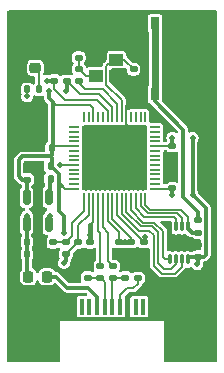
<source format=gbr>
%TF.GenerationSoftware,KiCad,Pcbnew,7.0.9*%
%TF.CreationDate,2023-12-16T11:51:24+08:00*%
%TF.ProjectId,iPico,69506963-6f2e-46b6-9963-61645f706362,rev?*%
%TF.SameCoordinates,Original*%
%TF.FileFunction,Copper,L1,Top*%
%TF.FilePolarity,Positive*%
%FSLAX46Y46*%
G04 Gerber Fmt 4.6, Leading zero omitted, Abs format (unit mm)*
G04 Created by KiCad (PCBNEW 7.0.9) date 2023-12-16 11:51:24*
%MOMM*%
%LPD*%
G01*
G04 APERTURE LIST*
G04 Aperture macros list*
%AMRoundRect*
0 Rectangle with rounded corners*
0 $1 Rounding radius*
0 $2 $3 $4 $5 $6 $7 $8 $9 X,Y pos of 4 corners*
0 Add a 4 corners polygon primitive as box body*
4,1,4,$2,$3,$4,$5,$6,$7,$8,$9,$2,$3,0*
0 Add four circle primitives for the rounded corners*
1,1,$1+$1,$2,$3*
1,1,$1+$1,$4,$5*
1,1,$1+$1,$6,$7*
1,1,$1+$1,$8,$9*
0 Add four rect primitives between the rounded corners*
20,1,$1+$1,$2,$3,$4,$5,0*
20,1,$1+$1,$4,$5,$6,$7,0*
20,1,$1+$1,$6,$7,$8,$9,0*
20,1,$1+$1,$8,$9,$2,$3,0*%
G04 Aperture macros list end*
%TA.AperFunction,SMDPad,CuDef*%
%ADD10O,0.300000X0.900000*%
%TD*%
%TA.AperFunction,SMDPad,CuDef*%
%ADD11R,1.650000X0.250000*%
%TD*%
%TA.AperFunction,ComponentPad*%
%ADD12C,3.000000*%
%TD*%
%TA.AperFunction,SMDPad,CuDef*%
%ADD13RoundRect,0.050000X0.387500X0.050000X-0.387500X0.050000X-0.387500X-0.050000X0.387500X-0.050000X0*%
%TD*%
%TA.AperFunction,SMDPad,CuDef*%
%ADD14RoundRect,0.050000X0.050000X0.387500X-0.050000X0.387500X-0.050000X-0.387500X0.050000X-0.387500X0*%
%TD*%
%TA.AperFunction,SMDPad,CuDef*%
%ADD15R,3.200000X3.200000*%
%TD*%
%TA.AperFunction,SMDPad,CuDef*%
%ADD16RoundRect,0.140000X0.170000X-0.140000X0.170000X0.140000X-0.170000X0.140000X-0.170000X-0.140000X0*%
%TD*%
%TA.AperFunction,SMDPad,CuDef*%
%ADD17RoundRect,0.140000X0.140000X0.170000X-0.140000X0.170000X-0.140000X-0.170000X0.140000X-0.170000X0*%
%TD*%
%TA.AperFunction,SMDPad,CuDef*%
%ADD18RoundRect,0.147500X-0.172500X0.147500X-0.172500X-0.147500X0.172500X-0.147500X0.172500X0.147500X0*%
%TD*%
%TA.AperFunction,SMDPad,CuDef*%
%ADD19RoundRect,0.140000X-0.140000X-0.170000X0.140000X-0.170000X0.140000X0.170000X-0.140000X0.170000X0*%
%TD*%
%TA.AperFunction,SMDPad,CuDef*%
%ADD20RoundRect,0.135000X0.185000X-0.135000X0.185000X0.135000X-0.185000X0.135000X-0.185000X-0.135000X0*%
%TD*%
%TA.AperFunction,SMDPad,CuDef*%
%ADD21R,0.750000X1.000000*%
%TD*%
%TA.AperFunction,SMDPad,CuDef*%
%ADD22RoundRect,0.135000X-0.185000X0.135000X-0.185000X-0.135000X0.185000X-0.135000X0.185000X0.135000X0*%
%TD*%
%TA.AperFunction,SMDPad,CuDef*%
%ADD23RoundRect,0.218750X0.218750X0.256250X-0.218750X0.256250X-0.218750X-0.256250X0.218750X-0.256250X0*%
%TD*%
%TA.AperFunction,SMDPad,CuDef*%
%ADD24RoundRect,0.140000X-0.170000X0.140000X-0.170000X-0.140000X0.170000X-0.140000X0.170000X0.140000X0*%
%TD*%
%TA.AperFunction,ComponentPad*%
%ADD25O,0.940000X1.930000*%
%TD*%
%TA.AperFunction,SMDPad,CuDef*%
%ADD26R,0.800000X1.340000*%
%TD*%
%TA.AperFunction,SMDPad,CuDef*%
%ADD27R,0.380000X1.340000*%
%TD*%
%TA.AperFunction,SMDPad,CuDef*%
%ADD28R,0.360000X1.340000*%
%TD*%
%TA.AperFunction,SMDPad,CuDef*%
%ADD29RoundRect,0.150000X0.150000X-0.512500X0.150000X0.512500X-0.150000X0.512500X-0.150000X-0.512500X0*%
%TD*%
%TA.AperFunction,SMDPad,CuDef*%
%ADD30R,1.150000X1.000000*%
%TD*%
%TA.AperFunction,SMDPad,CuDef*%
%ADD31RoundRect,0.147500X0.172500X-0.147500X0.172500X0.147500X-0.172500X0.147500X-0.172500X-0.147500X0*%
%TD*%
%TA.AperFunction,SMDPad,CuDef*%
%ADD32RoundRect,0.218750X-0.256250X0.218750X-0.256250X-0.218750X0.256250X-0.218750X0.256250X0.218750X0*%
%TD*%
%TA.AperFunction,SMDPad,CuDef*%
%ADD33RoundRect,0.135000X-0.135000X-0.185000X0.135000X-0.185000X0.135000X0.185000X-0.135000X0.185000X0*%
%TD*%
%TA.AperFunction,ViaPad*%
%ADD34C,0.500000*%
%TD*%
%TA.AperFunction,Conductor*%
%ADD35C,0.200000*%
%TD*%
%TA.AperFunction,Conductor*%
%ADD36C,0.300000*%
%TD*%
%TA.AperFunction,Conductor*%
%ADD37C,0.400000*%
%TD*%
%TA.AperFunction,Conductor*%
%ADD38C,0.600000*%
%TD*%
%TA.AperFunction,Conductor*%
%ADD39C,0.150000*%
%TD*%
G04 APERTURE END LIST*
D10*
%TO.P,U1,1,CS*%
%TO.N,/QSPI_SS_N*%
X106375000Y-103400000D03*
%TO.P,U1,2,IO1*%
%TO.N,/QSPI_SD1*%
X105875000Y-103400000D03*
%TO.P,U1,3,IO2*%
%TO.N,/QSPI_SD2*%
X105375000Y-103400000D03*
%TO.P,U1,4,GND*%
%TO.N,GND*%
X104875000Y-103400000D03*
%TO.P,U1,5,IO0*%
%TO.N,/QSPI_SD0*%
X104875000Y-106200000D03*
%TO.P,U1,6,CLK*%
%TO.N,/QSPI_SCLK*%
X105375000Y-106200000D03*
%TO.P,U1,7,IO3*%
%TO.N,/QSPI_SD3*%
X105875000Y-106200000D03*
%TO.P,U1,8,VCC*%
%TO.N,/+3.3V*%
X106375000Y-106200000D03*
D11*
%TO.P,U1,9,TP*%
%TO.N,GND*%
X105625000Y-104800000D03*
%TD*%
D12*
%TO.P,H3,1,1*%
%TO.N,GND*%
X92800000Y-110300000D03*
%TD*%
D13*
%TO.P,U4,1,IOVDD*%
%TO.N,/+3.3V*%
X103637500Y-100200000D03*
%TO.P,U4,2,GPIO0*%
%TO.N,unconnected-(U4-GPIO0-Pad2)*%
X103637500Y-99800000D03*
%TO.P,U4,3,GPIO1*%
%TO.N,unconnected-(U4-GPIO1-Pad3)*%
X103637500Y-99400000D03*
%TO.P,U4,4,GPIO2*%
%TO.N,unconnected-(U4-GPIO2-Pad4)*%
X103637500Y-99000000D03*
%TO.P,U4,5,GPIO3*%
%TO.N,unconnected-(U4-GPIO3-Pad5)*%
X103637500Y-98600000D03*
%TO.P,U4,6,GPIO4*%
%TO.N,unconnected-(U4-GPIO4-Pad6)*%
X103637500Y-98200000D03*
%TO.P,U4,7,GPIO5*%
%TO.N,unconnected-(U4-GPIO5-Pad7)*%
X103637500Y-97800000D03*
%TO.P,U4,8,GPIO6*%
%TO.N,unconnected-(U4-GPIO6-Pad8)*%
X103637500Y-97400000D03*
%TO.P,U4,9,GPIO7*%
%TO.N,unconnected-(U4-GPIO7-Pad9)*%
X103637500Y-97000000D03*
%TO.P,U4,10,IOVDD*%
%TO.N,/+3.3V*%
X103637500Y-96600000D03*
%TO.P,U4,11,GPIO8*%
%TO.N,unconnected-(U4-GPIO8-Pad11)*%
X103637500Y-96200000D03*
%TO.P,U4,12,GPIO9*%
%TO.N,unconnected-(U4-GPIO9-Pad12)*%
X103637500Y-95800000D03*
%TO.P,U4,13,GPIO10*%
%TO.N,unconnected-(U4-GPIO10-Pad13)*%
X103637500Y-95400000D03*
%TO.P,U4,14,GPIO11*%
%TO.N,unconnected-(U4-GPIO11-Pad14)*%
X103637500Y-95000000D03*
D14*
%TO.P,U4,15,GPIO12*%
%TO.N,unconnected-(U4-GPIO12-Pad15)*%
X102800000Y-94162500D03*
%TO.P,U4,16,GPIO13*%
%TO.N,unconnected-(U4-GPIO13-Pad16)*%
X102400000Y-94162500D03*
%TO.P,U4,17,GPIO14*%
%TO.N,unconnected-(U4-GPIO14-Pad17)*%
X102000000Y-94162500D03*
%TO.P,U4,18,GPIO15*%
%TO.N,unconnected-(U4-GPIO15-Pad18)*%
X101600000Y-94162500D03*
%TO.P,U4,19,TESTEN*%
%TO.N,GND*%
X101200000Y-94162500D03*
%TO.P,U4,20,XIN*%
%TO.N,/XIN*%
X100800000Y-94162500D03*
%TO.P,U4,21,XOUT*%
%TO.N,/XOUT*%
X100400000Y-94162500D03*
%TO.P,U4,22,IOVDD*%
%TO.N,/+3.3V*%
X100000000Y-94162500D03*
%TO.P,U4,23,DVDD*%
%TO.N,/+1.1V*%
X99600000Y-94162500D03*
%TO.P,U4,24,SWCLK*%
%TO.N,unconnected-(U4-SWCLK-Pad24)*%
X99200000Y-94162500D03*
%TO.P,U4,25,SWD*%
%TO.N,unconnected-(U4-SWD-Pad25)*%
X98800000Y-94162500D03*
%TO.P,U4,26,RUN*%
%TO.N,/+3.3V*%
X98400000Y-94162500D03*
%TO.P,U4,27,GPIO16*%
%TO.N,unconnected-(U4-GPIO16-Pad27)*%
X98000000Y-94162500D03*
%TO.P,U4,28,GPIO17*%
%TO.N,unconnected-(U4-GPIO17-Pad28)*%
X97600000Y-94162500D03*
D13*
%TO.P,U4,29,GPIO18*%
%TO.N,unconnected-(U4-GPIO18-Pad29)*%
X96762500Y-95000000D03*
%TO.P,U4,30,GPIO19*%
%TO.N,unconnected-(U4-GPIO19-Pad30)*%
X96762500Y-95400000D03*
%TO.P,U4,31,GPIO20*%
%TO.N,unconnected-(U4-GPIO20-Pad31)*%
X96762500Y-95800000D03*
%TO.P,U4,32,GPIO21*%
%TO.N,unconnected-(U4-GPIO21-Pad32)*%
X96762500Y-96200000D03*
%TO.P,U4,33,IOVDD*%
%TO.N,/+3.3V*%
X96762500Y-96600000D03*
%TO.P,U4,34,GPIO22*%
%TO.N,unconnected-(U4-GPIO22-Pad34)*%
X96762500Y-97000000D03*
%TO.P,U4,35,GPIO23*%
%TO.N,unconnected-(U4-GPIO23-Pad35)*%
X96762500Y-97400000D03*
%TO.P,U4,36,GPIO24*%
%TO.N,unconnected-(U4-GPIO24-Pad36)*%
X96762500Y-97800000D03*
%TO.P,U4,37,GPIO25*%
%TO.N,/GPIO25*%
X96762500Y-98200000D03*
%TO.P,U4,38,GPIO26_ADC0*%
%TO.N,unconnected-(U4-GPIO26_ADC0-Pad38)*%
X96762500Y-98600000D03*
%TO.P,U4,39,GPIO27_ADC1*%
%TO.N,unconnected-(U4-GPIO27_ADC1-Pad39)*%
X96762500Y-99000000D03*
%TO.P,U4,40,GPIO28_ADC2*%
%TO.N,unconnected-(U4-GPIO28_ADC2-Pad40)*%
X96762500Y-99400000D03*
%TO.P,U4,41,GPIO29_ADC3*%
%TO.N,unconnected-(U4-GPIO29_ADC3-Pad41)*%
X96762500Y-99800000D03*
%TO.P,U4,42,IOVDD*%
%TO.N,/+3.3V*%
X96762500Y-100200000D03*
D14*
%TO.P,U4,43,ADC_AVDD*%
%TO.N,/ADC_VREF*%
X97600000Y-101037500D03*
%TO.P,U4,44,VREG_IN*%
%TO.N,/+3.3V*%
X98000000Y-101037500D03*
%TO.P,U4,45,VREG_VOUT*%
%TO.N,/+1.1V*%
X98400000Y-101037500D03*
%TO.P,U4,46,USB_DM*%
%TO.N,/DM*%
X98800000Y-101037500D03*
%TO.P,U4,47,USB_DP*%
%TO.N,/DP*%
X99200000Y-101037500D03*
%TO.P,U4,48,USB_VDD*%
%TO.N,/+3.3V*%
X99600000Y-101037500D03*
%TO.P,U4,49,IOVDD*%
X100000000Y-101037500D03*
%TO.P,U4,50,DVDD*%
%TO.N,/+1.1V*%
X100400000Y-101037500D03*
%TO.P,U4,51,QSPI_SD3*%
%TO.N,/QSPI_SD3*%
X100800000Y-101037500D03*
%TO.P,U4,52,QSPI_SCLK*%
%TO.N,/QSPI_SCLK*%
X101200000Y-101037500D03*
%TO.P,U4,53,QSPI_SD0*%
%TO.N,/QSPI_SD0*%
X101600000Y-101037500D03*
%TO.P,U4,54,QSPI_SD2*%
%TO.N,/QSPI_SD2*%
X102000000Y-101037500D03*
%TO.P,U4,55,QSPI_SD1*%
%TO.N,/QSPI_SD1*%
X102400000Y-101037500D03*
%TO.P,U4,56,QSPI_SS*%
%TO.N,/QSPI_SS_N*%
X102800000Y-101037500D03*
D15*
%TO.P,U4,57,GND*%
%TO.N,GND*%
X100200000Y-97600000D03*
%TD*%
D16*
%TO.P,C16,1*%
%TO.N,Net-(C16-Pad1)*%
X97180000Y-89110000D03*
%TO.P,C16,2*%
%TO.N,GND*%
X97180000Y-88150000D03*
%TD*%
D17*
%TO.P,C14,1*%
%TO.N,/+3.3V*%
X94780000Y-98325000D03*
%TO.P,C14,2*%
%TO.N,GND*%
X93820000Y-98325000D03*
%TD*%
D18*
%TO.P,D2,1,A1*%
%TO.N,GND*%
X101122600Y-106775000D03*
%TO.P,D2,2,A2*%
%TO.N,/D+*%
X101122600Y-107745000D03*
%TD*%
D19*
%TO.P,C2,1*%
%TO.N,/+5V_VIN*%
X92765000Y-105775000D03*
%TO.P,C2,2*%
%TO.N,GND*%
X93725000Y-105775000D03*
%TD*%
D12*
%TO.P,H1,1,1*%
%TO.N,GND*%
X100000000Y-86700000D03*
%TD*%
D20*
%TO.P,R1,1*%
%TO.N,Net-(J1-A5-CC1)*%
X102187000Y-107765000D03*
%TO.P,R1,2*%
%TO.N,GND*%
X102187000Y-106745000D03*
%TD*%
D19*
%TO.P,C1,1*%
%TO.N,/+5V_VIN*%
X92765000Y-104700000D03*
%TO.P,C1,2*%
%TO.N,GND*%
X93725000Y-104700000D03*
%TD*%
D16*
%TO.P,C15,1*%
%TO.N,/+3.3V*%
X96150000Y-91080000D03*
%TO.P,C15,2*%
%TO.N,GND*%
X96150000Y-90120000D03*
%TD*%
D21*
%TO.P,SW1,1,1*%
%TO.N,Net-(R6-Pad2)*%
X103625000Y-92200000D03*
X103625000Y-86200000D03*
%TO.P,SW1,2,2*%
%TO.N,GND*%
X107375000Y-92200000D03*
X107375000Y-86200000D03*
%TD*%
D22*
%TO.P,R4,1*%
%TO.N,/ADC_VREF*%
X96075000Y-104715000D03*
%TO.P,R4,2*%
%TO.N,/+3.3V*%
X96075000Y-105735000D03*
%TD*%
D23*
%TO.P,F1,1*%
%TO.N,/+5V_USB*%
X94475000Y-107650000D03*
%TO.P,F1,2*%
%TO.N,/+5V_VIN*%
X92900000Y-107650000D03*
%TD*%
D24*
%TO.P,C13,1*%
%TO.N,/XIN*%
X101805000Y-90095000D03*
%TO.P,C13,2*%
%TO.N,GND*%
X101805000Y-91055000D03*
%TD*%
%TO.P,C7,1*%
%TO.N,GND*%
X95100000Y-90095000D03*
%TO.P,C7,2*%
%TO.N,/+1.1V*%
X95100000Y-91055000D03*
%TD*%
D20*
%TO.P,R6,1*%
%TO.N,/QSPI_SS_N*%
X107300000Y-103920000D03*
%TO.P,R6,2*%
%TO.N,Net-(R6-Pad2)*%
X107300000Y-102900000D03*
%TD*%
%TO.P,R5,1*%
%TO.N,/XOUT*%
X97180000Y-91090000D03*
%TO.P,R5,2*%
%TO.N,Net-(C16-Pad1)*%
X97180000Y-90070000D03*
%TD*%
D25*
%TO.P,J1,1,GND1*%
%TO.N,GND*%
X94775000Y-112050000D03*
D26*
%TO.P,J1,2,GND2*%
X95900000Y-110190000D03*
D27*
%TO.P,J1,3,B10-RX1-*%
%TO.N,unconnected-(J1-B10-RX1--Pad3)*%
X97420000Y-110190000D03*
%TO.P,J1,4,B11-RX1+*%
%TO.N,unconnected-(J1-B11-RX1+-Pad4)*%
X98070000Y-110190000D03*
%TO.P,J1,5,A9-VBUS*%
%TO.N,/+5V_USB*%
X98720000Y-110190000D03*
%TO.P,J1,6,A7-D-*%
%TO.N,/D-*%
X99370000Y-110190000D03*
%TO.P,J1,7,A6-D+*%
%TO.N,/D+*%
X100020000Y-110190000D03*
D28*
%TO.P,J1,8,A5-CC1*%
%TO.N,Net-(J1-A5-CC1)*%
X100670000Y-110190000D03*
D27*
%TO.P,J1,9,A3-TX1-*%
%TO.N,unconnected-(J1-A3-TX1--Pad9)*%
X101970000Y-110190000D03*
%TO.P,J1,10,A2-TX1+*%
%TO.N,unconnected-(J1-A2-TX1+-Pad10)*%
X102620000Y-110190000D03*
%TO.P,J1,11,A1-GND*%
%TO.N,GND*%
X103270000Y-110190000D03*
D26*
%TO.P,J1,12,GND3*%
X104180000Y-110190000D03*
D25*
%TO.P,J1,13,GND4*%
X105225000Y-112050000D03*
%TD*%
D29*
%TO.P,U2,1,IN*%
%TO.N,/+5V_VIN*%
X92750000Y-103200000D03*
%TO.P,U2,2,GND*%
%TO.N,GND*%
X93700000Y-103200000D03*
%TO.P,U2,3,EN*%
%TO.N,/+5V_VIN*%
X94650000Y-103200000D03*
%TO.P,U2,4,NR*%
%TO.N,/3V_NR*%
X94650000Y-100925000D03*
%TO.P,U2,5,OUT*%
%TO.N,/+3.3V*%
X92750000Y-100925000D03*
%TD*%
D16*
%TO.P,C8,1*%
%TO.N,GND*%
X105100000Y-97560000D03*
%TO.P,C8,2*%
%TO.N,/+3.3V*%
X105100000Y-96600000D03*
%TD*%
%TO.P,C6,1*%
%TO.N,GND*%
X98100000Y-105705000D03*
%TO.P,C6,2*%
%TO.N,/+1.1V*%
X98100000Y-104745000D03*
%TD*%
D24*
%TO.P,C10,1*%
%TO.N,/+3.3V*%
X97100000Y-104745000D03*
%TO.P,C10,2*%
%TO.N,GND*%
X97100000Y-105705000D03*
%TD*%
D20*
%TO.P,R3,1*%
%TO.N,/D-*%
X98993800Y-107765000D03*
%TO.P,R3,2*%
%TO.N,/DM*%
X98993800Y-106745000D03*
%TD*%
D24*
%TO.P,C9,1*%
%TO.N,/ADC_VREF*%
X95000000Y-104745000D03*
%TO.P,C9,2*%
%TO.N,GND*%
X95000000Y-105705000D03*
%TD*%
D12*
%TO.P,H2,1,1*%
%TO.N,GND*%
X107200000Y-110300000D03*
%TD*%
D24*
%TO.P,C3,1*%
%TO.N,GND*%
X107300000Y-105000000D03*
%TO.P,C3,2*%
%TO.N,/+3.3V*%
X107300000Y-105960000D03*
%TD*%
D17*
%TO.P,C4,1*%
%TO.N,/3V_NR*%
X94780000Y-99400000D03*
%TO.P,C4,2*%
%TO.N,GND*%
X93820000Y-99400000D03*
%TD*%
%TO.P,C12,1*%
%TO.N,/+3.3V*%
X94875000Y-96725000D03*
%TO.P,C12,2*%
%TO.N,GND*%
X93915000Y-96725000D03*
%TD*%
D16*
%TO.P,C11,1*%
%TO.N,/+3.3V*%
X105100000Y-100185000D03*
%TO.P,C11,2*%
%TO.N,GND*%
X105100000Y-99225000D03*
%TD*%
D30*
%TO.P,Y1,1,1*%
%TO.N,/XIN*%
X100355000Y-89280000D03*
%TO.P,Y1,2,2*%
%TO.N,GND*%
X98605000Y-89280000D03*
%TO.P,Y1,3,3*%
%TO.N,Net-(C16-Pad1)*%
X98605000Y-90680000D03*
%TO.P,Y1,4,4*%
%TO.N,GND*%
X100355000Y-90680000D03*
%TD*%
D20*
%TO.P,R2,1*%
%TO.N,/D+*%
X100058200Y-107765000D03*
%TO.P,R2,2*%
%TO.N,/DP*%
X100058200Y-106745000D03*
%TD*%
D24*
%TO.P,C17,1*%
%TO.N,/+1.1V*%
X102650000Y-104720000D03*
%TO.P,C17,2*%
%TO.N,GND*%
X102650000Y-105680000D03*
%TD*%
D16*
%TO.P,C5,1*%
%TO.N,/+3.3V*%
X92800000Y-99435000D03*
%TO.P,C5,2*%
%TO.N,GND*%
X92800000Y-98475000D03*
%TD*%
D24*
%TO.P,C18,1*%
%TO.N,/+3.3V*%
X101600000Y-104720000D03*
%TO.P,C18,2*%
%TO.N,GND*%
X101600000Y-105680000D03*
%TD*%
D31*
%TO.P,D1,1,A1*%
%TO.N,/D-*%
X97929400Y-107740000D03*
%TO.P,D1,2,A2*%
%TO.N,GND*%
X97929400Y-106770000D03*
%TD*%
D32*
%TO.P,D3,1,K*%
%TO.N,GND*%
X93500000Y-88412500D03*
%TO.P,D3,2,A*%
%TO.N,Net-(D3-A)*%
X93500000Y-89987500D03*
%TD*%
D33*
%TO.P,R7,1*%
%TO.N,/GPIO25*%
X92790000Y-91800000D03*
%TO.P,R7,2*%
%TO.N,Net-(D3-A)*%
X93810000Y-91800000D03*
%TD*%
D16*
%TO.P,C19,1*%
%TO.N,GND*%
X100550000Y-105680000D03*
%TO.P,C19,2*%
%TO.N,/+3.3V*%
X100550000Y-104720000D03*
%TD*%
D34*
%TO.N,/+3.3V*%
X107200000Y-106600000D03*
X105100000Y-100700000D03*
X96096800Y-91896800D03*
X106800000Y-95900000D03*
X95900000Y-104000000D03*
X101100000Y-104720000D03*
X95900000Y-106500000D03*
X94614513Y-91917488D03*
X106800000Y-100700000D03*
X105100000Y-95900000D03*
%TO.N,GND*%
X101500000Y-92900000D03*
X97200000Y-85800000D03*
X93300000Y-98325000D03*
X98800000Y-88100000D03*
X104435523Y-103164477D03*
X102800000Y-106200000D03*
X93000000Y-96500000D03*
X94900000Y-110000000D03*
X108200000Y-98500000D03*
X93700000Y-106400000D03*
X105600000Y-87500000D03*
X108500000Y-107200000D03*
X105525000Y-89200000D03*
X106300000Y-86200000D03*
X101100000Y-96600000D03*
X101200000Y-91055000D03*
X95200000Y-108700000D03*
X94400000Y-105705000D03*
X101600000Y-106300000D03*
X101200000Y-98700000D03*
X99300000Y-98700000D03*
X103000000Y-107125000D03*
X108600000Y-101000000D03*
X104400000Y-108600000D03*
X91600000Y-102900000D03*
X108400000Y-86900000D03*
X101100000Y-105680000D03*
X91600000Y-100400000D03*
X99200000Y-96600000D03*
X91500000Y-106300000D03*
X93700000Y-100125000D03*
X105400000Y-109800000D03*
X93700000Y-104200000D03*
X93820000Y-98900000D03*
X100200000Y-97600000D03*
X105600000Y-90900000D03*
X97400000Y-106700000D03*
X108200000Y-95700000D03*
X103270000Y-108545000D03*
X97600000Y-105705000D03*
X101800000Y-85800000D03*
X97200000Y-87500000D03*
X106800000Y-104800000D03*
X108600000Y-103700000D03*
X106500000Y-92200000D03*
X93000000Y-95200000D03*
X96100000Y-89600000D03*
X93000000Y-93800000D03*
X108400000Y-91500000D03*
X108400000Y-89200000D03*
X95100000Y-89600000D03*
X94800000Y-85800000D03*
X105100000Y-98400000D03*
X92900000Y-85800000D03*
%TO.N,/+1.1V*%
X102800000Y-104300000D03*
X94500000Y-91055000D03*
X98100000Y-104100000D03*
%TO.N,/+5V_VIN*%
X94700000Y-102500000D03*
X92800000Y-102500000D03*
%TO.N,/GPIO25*%
X95600000Y-98200000D03*
X92800000Y-92400000D03*
%TD*%
D35*
%TO.N,/+3.3V*%
X98100000Y-93100000D02*
X95200000Y-93100000D01*
D36*
X94614513Y-92514513D02*
X95000000Y-92900000D01*
X107300000Y-106500000D02*
X107200000Y-106600000D01*
D35*
X103637500Y-100200000D02*
X105085000Y-100200000D01*
X99600000Y-101037500D02*
X99600000Y-102950000D01*
X96762500Y-100200000D02*
X96000000Y-100200000D01*
X100000000Y-101037500D02*
X100000000Y-102750000D01*
D36*
X94800000Y-98400000D02*
X94865000Y-98335000D01*
D35*
X100550000Y-103900000D02*
X100550000Y-104720000D01*
D36*
X107740000Y-105960000D02*
X107920000Y-105780000D01*
X96075000Y-105735000D02*
X96075000Y-106325000D01*
D35*
X98900000Y-92200000D02*
X97270000Y-92200000D01*
D36*
X94875000Y-97325000D02*
X94875000Y-96725000D01*
D35*
X101600000Y-104350000D02*
X101600000Y-104720000D01*
D36*
X106800000Y-100700000D02*
X106800000Y-95900000D01*
X92335000Y-99435000D02*
X92075000Y-99175000D01*
D35*
X98000000Y-101037500D02*
X98000000Y-102400000D01*
X96075000Y-105735000D02*
X96110000Y-105735000D01*
X95200000Y-93100000D02*
X95000000Y-92900000D01*
D36*
X92375000Y-97475000D02*
X94725000Y-97475000D01*
D35*
X100000000Y-94162500D02*
X100000000Y-93300000D01*
X96110000Y-105735000D02*
X97100000Y-104745000D01*
D36*
X107300000Y-105960000D02*
X106615000Y-105960000D01*
X96075000Y-106325000D02*
X95900000Y-106500000D01*
X107920000Y-105780000D02*
X107920000Y-101820000D01*
X95500000Y-99700000D02*
X95750000Y-99950000D01*
X95500000Y-102100000D02*
X95900000Y-102500000D01*
X105100000Y-100185000D02*
X105100000Y-100700000D01*
D35*
X99600000Y-102950000D02*
X100550000Y-103900000D01*
D36*
X92800000Y-99435000D02*
X92335000Y-99435000D01*
D35*
X98400000Y-94162500D02*
X98400000Y-93400000D01*
D36*
X92075000Y-99175000D02*
X92075000Y-97775000D01*
D35*
X98400000Y-93400000D02*
X98100000Y-93100000D01*
D36*
X92750000Y-100925000D02*
X92750000Y-99485000D01*
X95000000Y-96600000D02*
X95000000Y-92900000D01*
X107920000Y-101820000D02*
X106800000Y-100700000D01*
X105100000Y-96600000D02*
X105100000Y-95900000D01*
X106615000Y-105960000D02*
X106375000Y-106200000D01*
X92075000Y-97775000D02*
X92375000Y-97475000D01*
D35*
X96000000Y-100200000D02*
X95750000Y-99950000D01*
X98000000Y-102400000D02*
X97100000Y-103300000D01*
X96762500Y-96600000D02*
X95000000Y-96600000D01*
D36*
X92750000Y-99485000D02*
X92800000Y-99435000D01*
D35*
X95000000Y-96600000D02*
X94875000Y-96725000D01*
D36*
X94780000Y-98325000D02*
X94825000Y-98325000D01*
X94725000Y-97475000D02*
X94865000Y-97615000D01*
X94614513Y-91917488D02*
X94614513Y-92514513D01*
D35*
X105085000Y-100200000D02*
X105100000Y-100185000D01*
X100000000Y-93300000D02*
X98900000Y-92200000D01*
D37*
X101600000Y-104720000D02*
X100550000Y-104720000D01*
D35*
X103637500Y-96600000D02*
X105100000Y-96600000D01*
D36*
X95500000Y-99000000D02*
X95500000Y-99500000D01*
X107300000Y-105960000D02*
X107300000Y-106500000D01*
X94865000Y-98335000D02*
X94865000Y-97615000D01*
X94780000Y-98380000D02*
X94800000Y-98400000D01*
X95900000Y-102500000D02*
X95900000Y-104000000D01*
D35*
X100000000Y-102750000D02*
X101600000Y-104350000D01*
X97270000Y-92200000D02*
X96150000Y-91080000D01*
X97100000Y-103300000D02*
X97100000Y-104745000D01*
D36*
X107300000Y-105960000D02*
X107740000Y-105960000D01*
X95500000Y-99500000D02*
X95500000Y-99700000D01*
X94725000Y-97475000D02*
X94875000Y-97325000D01*
X94825000Y-98325000D02*
X95500000Y-99000000D01*
X94780000Y-98325000D02*
X94780000Y-98380000D01*
X96150000Y-91080000D02*
X96150000Y-91843600D01*
X95500000Y-99500000D02*
X95500000Y-102100000D01*
X96150000Y-91843600D02*
X96096800Y-91896800D01*
D37*
%TO.N,GND*%
X102187000Y-106745000D02*
X101725000Y-106745000D01*
D36*
X95000000Y-105705000D02*
X93795000Y-105705000D01*
X93700000Y-106400000D02*
X93725000Y-106375000D01*
D38*
X105225000Y-110950000D02*
X105225000Y-112050000D01*
D36*
X95100000Y-90095000D02*
X95100000Y-89600000D01*
X100730000Y-91055000D02*
X100355000Y-90680000D01*
X105600000Y-104800000D02*
X105625000Y-104800000D01*
X93820000Y-98325000D02*
X92950000Y-98325000D01*
D37*
X103000000Y-108275000D02*
X103000000Y-107125000D01*
D38*
X107375000Y-86200000D02*
X107375000Y-92200000D01*
D36*
X104671046Y-103400000D02*
X104435523Y-103164477D01*
D37*
X103270000Y-110190000D02*
X103270000Y-108545000D01*
X101600000Y-105680000D02*
X101600000Y-106620000D01*
D38*
X104465000Y-110190000D02*
X105225000Y-110950000D01*
D37*
X98100000Y-105705000D02*
X97100000Y-105705000D01*
D38*
X107400000Y-86200000D02*
X106300000Y-86200000D01*
D36*
X95900000Y-110190000D02*
X95090000Y-110190000D01*
X102650000Y-105680000D02*
X102650000Y-106050000D01*
X104180000Y-108820000D02*
X104400000Y-108600000D01*
X93700000Y-104675000D02*
X93725000Y-104700000D01*
D37*
X102620000Y-106745000D02*
X102187000Y-106745000D01*
D36*
X95125000Y-90120000D02*
X95100000Y-90095000D01*
X95900000Y-110190000D02*
X95900000Y-109400000D01*
D35*
X101200000Y-94162500D02*
X101200000Y-96600000D01*
D36*
X104180000Y-110190000D02*
X105010000Y-110190000D01*
X96150000Y-90120000D02*
X96150000Y-89650000D01*
X95900000Y-109400000D02*
X95200000Y-108700000D01*
X97180000Y-87520000D02*
X97200000Y-87500000D01*
X104875000Y-103400000D02*
X104875000Y-104075000D01*
X93820000Y-100005000D02*
X93820000Y-99400000D01*
D35*
X101200000Y-93200000D02*
X101500000Y-92900000D01*
D36*
X97180000Y-88150000D02*
X97180000Y-87520000D01*
D35*
X97180000Y-88150000D02*
X98050000Y-88150000D01*
D38*
X107400000Y-92200000D02*
X106500000Y-92200000D01*
D36*
X105010000Y-110190000D02*
X105400000Y-109800000D01*
D37*
X94775000Y-112050000D02*
X94775000Y-111315000D01*
D36*
X93795000Y-105705000D02*
X93725000Y-105775000D01*
X93700000Y-103200000D02*
X93700000Y-100125000D01*
X93725000Y-104700000D02*
X93725000Y-105775000D01*
D37*
X93915000Y-96725000D02*
X93225000Y-96725000D01*
X93225000Y-96725000D02*
X93000000Y-96500000D01*
X103000000Y-107125000D02*
X102620000Y-106745000D01*
D36*
X102650000Y-106050000D02*
X102800000Y-106200000D01*
X93725000Y-106375000D02*
X93725000Y-105775000D01*
X104875000Y-103400000D02*
X104671046Y-103400000D01*
X93700000Y-103200000D02*
X93700000Y-104675000D01*
D37*
X97929400Y-105875600D02*
X98100000Y-105705000D01*
D36*
X97929400Y-106770000D02*
X97470000Y-106770000D01*
D37*
X103270000Y-108545000D02*
X103000000Y-108275000D01*
D35*
X98050000Y-88150000D02*
X98605000Y-88705000D01*
D36*
X93820000Y-98325000D02*
X93843866Y-98325000D01*
D35*
X101200000Y-94162500D02*
X101200000Y-93200000D01*
D36*
X104180000Y-110190000D02*
X104180000Y-108820000D01*
X96150000Y-89650000D02*
X96100000Y-89600000D01*
X95090000Y-110190000D02*
X94900000Y-110000000D01*
X104875000Y-104075000D02*
X105600000Y-104800000D01*
X101805000Y-91055000D02*
X100730000Y-91055000D01*
D37*
X104180000Y-110190000D02*
X104465000Y-110190000D01*
D38*
X94775000Y-111315000D02*
X95900000Y-110190000D01*
D37*
X104180000Y-110190000D02*
X103270000Y-110190000D01*
D35*
X98605000Y-88705000D02*
X98605000Y-89280000D01*
D36*
X96150000Y-90120000D02*
X95125000Y-90120000D01*
X105100000Y-97560000D02*
X105100000Y-99225000D01*
X93700000Y-100125000D02*
X93820000Y-100005000D01*
X97470000Y-106770000D02*
X97400000Y-106700000D01*
D37*
X101600000Y-106620000D02*
X101725000Y-106745000D01*
D36*
X105625000Y-104800000D02*
X107100000Y-104800000D01*
X98605000Y-88295000D02*
X98800000Y-88100000D01*
D37*
X101725000Y-106745000D02*
X101152600Y-106745000D01*
D35*
X101200000Y-96600000D02*
X100200000Y-97600000D01*
D37*
X97929400Y-106770000D02*
X97929400Y-105875600D01*
D36*
X107100000Y-104800000D02*
X107300000Y-105000000D01*
D37*
X102650000Y-105680000D02*
X100550000Y-105680000D01*
D35*
X101805000Y-91055000D02*
X101670000Y-91055000D01*
D37*
X101152600Y-106745000D02*
X101122600Y-106775000D01*
D36*
X92950000Y-98325000D02*
X92800000Y-98475000D01*
X93820000Y-99400000D02*
X93820000Y-98325000D01*
X98605000Y-89280000D02*
X98605000Y-88295000D01*
%TO.N,/+5V_USB*%
X96175000Y-108600000D02*
X95225000Y-107650000D01*
X98720000Y-110190000D02*
X98720000Y-109380000D01*
X98720000Y-109380000D02*
X97940000Y-108600000D01*
X95225000Y-107650000D02*
X94475000Y-107650000D01*
X97940000Y-108600000D02*
X96175000Y-108600000D01*
D35*
%TO.N,/D-*%
X98968800Y-107740000D02*
X98993800Y-107765000D01*
X99370000Y-110190000D02*
X99370000Y-108141200D01*
X97929400Y-107740000D02*
X98968800Y-107740000D01*
X99370000Y-108141200D02*
X98993800Y-107765000D01*
%TO.N,/D+*%
X100020000Y-110190000D02*
X100020000Y-107803200D01*
X101122600Y-107745000D02*
X100078200Y-107745000D01*
X100020000Y-107803200D02*
X100058200Y-107765000D01*
X100078200Y-107745000D02*
X100058200Y-107765000D01*
%TO.N,Net-(J1-A5-CC1)*%
X102187000Y-108238000D02*
X102187000Y-107765000D01*
X101800000Y-108625000D02*
X102187000Y-108238000D01*
X100670000Y-110190000D02*
X100670000Y-109205000D01*
X100670000Y-109205000D02*
X101250000Y-108625000D01*
X101250000Y-108625000D02*
X101800000Y-108625000D01*
%TO.N,/XIN*%
X99500000Y-89850000D02*
X99500000Y-91400000D01*
X99500000Y-91400000D02*
X100800000Y-92700000D01*
X100355000Y-89280000D02*
X100070000Y-89280000D01*
X100070000Y-89280000D02*
X99500000Y-89850000D01*
X100990000Y-89280000D02*
X100355000Y-89280000D01*
X101805000Y-90095000D02*
X100990000Y-89280000D01*
X100800000Y-92700000D02*
X100800000Y-94162500D01*
%TO.N,/XOUT*%
X99200000Y-91800000D02*
X100400000Y-93000000D01*
X97180000Y-91090000D02*
X97180000Y-91255000D01*
X97725000Y-91800000D02*
X99200000Y-91800000D01*
X100400000Y-93000000D02*
X100400000Y-94162500D01*
X97180000Y-91255000D02*
X97725000Y-91800000D01*
%TO.N,/DM*%
X98993800Y-103993800D02*
X98993800Y-106745000D01*
X98800000Y-103800000D02*
X98993800Y-103993800D01*
X98800000Y-101037500D02*
X98800000Y-103800000D01*
%TO.N,/DP*%
X99650000Y-103937500D02*
X99650000Y-106336800D01*
X99200000Y-101037500D02*
X99200000Y-103487500D01*
X99650000Y-106336800D02*
X100058200Y-106745000D01*
X99200000Y-103487500D02*
X99650000Y-103937500D01*
D39*
%TO.N,/QSPI_SD3*%
X100800000Y-101037500D02*
X100800000Y-102325000D01*
X103500000Y-104150000D02*
X103500000Y-106724264D01*
X105875000Y-106800000D02*
X105875000Y-106200000D01*
X103500000Y-106724264D02*
X104175736Y-107400000D01*
X102250000Y-103775000D02*
X103125000Y-103775000D01*
X103125000Y-103775000D02*
X103500000Y-104150000D01*
X105275000Y-107400000D02*
X105875000Y-106800000D01*
X100800000Y-102325000D02*
X102250000Y-103775000D01*
X104175736Y-107400000D02*
X105275000Y-107400000D01*
D35*
%TO.N,/+1.1V*%
X102650000Y-104720000D02*
X102650000Y-104450000D01*
X98700000Y-92700000D02*
X96000000Y-92700000D01*
D36*
X94500000Y-91055000D02*
X95100000Y-91055000D01*
D35*
X100400000Y-101037500D02*
X100400000Y-102470000D01*
X99600000Y-94162500D02*
X99600000Y-93600000D01*
X98400000Y-103000000D02*
X98100000Y-103300000D01*
X99600000Y-93600000D02*
X98700000Y-92700000D01*
X102650000Y-104450000D02*
X102800000Y-104300000D01*
X96000000Y-92700000D02*
X95100000Y-91800000D01*
D37*
X98100000Y-103300000D02*
X98100000Y-104745000D01*
D35*
X98400000Y-101037500D02*
X98400000Y-103000000D01*
X95100000Y-91800000D02*
X95100000Y-91055000D01*
X100400000Y-102470000D02*
X102650000Y-104720000D01*
%TO.N,Net-(C16-Pad1)*%
X98605000Y-90680000D02*
X97790000Y-90680000D01*
X97180000Y-89110000D02*
X97180000Y-90070000D01*
X97790000Y-90680000D02*
X97180000Y-90070000D01*
D39*
%TO.N,/QSPI_SCLK*%
X105375000Y-106625000D02*
X105375000Y-106200000D01*
X101200000Y-102175000D02*
X102425000Y-103400000D01*
X103875000Y-103900000D02*
X103875000Y-106475000D01*
X101200000Y-101037500D02*
X101200000Y-102175000D01*
X103375000Y-103400000D02*
X103875000Y-103900000D01*
X105000000Y-107000000D02*
X105375000Y-106625000D01*
X102425000Y-103400000D02*
X103375000Y-103400000D01*
X103875000Y-106475000D02*
X104400000Y-107000000D01*
X104400000Y-107000000D02*
X105000000Y-107000000D01*
%TO.N,/QSPI_SD0*%
X101600000Y-102050000D02*
X102625000Y-103075000D01*
X101600000Y-101037500D02*
X101600000Y-102050000D01*
X104300000Y-106000000D02*
X104500000Y-106200000D01*
X104300000Y-103800000D02*
X104300000Y-106000000D01*
X102625000Y-103075000D02*
X103575000Y-103075000D01*
X103575000Y-103075000D02*
X104300000Y-103800000D01*
X104500000Y-106200000D02*
X104875000Y-106200000D01*
D36*
%TO.N,/+5V_VIN*%
X94650000Y-102550000D02*
X94650000Y-103200000D01*
X92765000Y-104700000D02*
X92765000Y-105775000D01*
X92750000Y-103200000D02*
X92750000Y-104685000D01*
X92765000Y-107515000D02*
X92900000Y-107650000D01*
X92750000Y-102550000D02*
X92750000Y-103200000D01*
X92750000Y-104685000D02*
X92765000Y-104700000D01*
X92800000Y-102500000D02*
X92750000Y-102550000D01*
X92765000Y-105775000D02*
X92765000Y-107515000D01*
X94700000Y-102500000D02*
X94650000Y-102550000D01*
%TO.N,/3V_NR*%
X94700000Y-99480000D02*
X94700000Y-100875000D01*
X94700000Y-100875000D02*
X94650000Y-100925000D01*
X94780000Y-99400000D02*
X94700000Y-99480000D01*
D39*
%TO.N,/QSPI_SD2*%
X102000000Y-101037500D02*
X102000000Y-101875000D01*
X105375000Y-102775000D02*
X105375000Y-103400000D01*
X105200000Y-102600000D02*
X105375000Y-102775000D01*
X102000000Y-101875000D02*
X102725000Y-102600000D01*
X102725000Y-102600000D02*
X105200000Y-102600000D01*
%TO.N,/QSPI_SD1*%
X102400000Y-101700000D02*
X103000000Y-102300000D01*
X105875000Y-102675000D02*
X105875000Y-103400000D01*
X103000000Y-102300000D02*
X105500000Y-102300000D01*
X102400000Y-101037500D02*
X102400000Y-101700000D01*
X105500000Y-102300000D02*
X105875000Y-102675000D01*
%TO.N,/QSPI_SS_N*%
X102800000Y-101600000D02*
X102800000Y-101037500D01*
X106375000Y-102575000D02*
X105800000Y-102000000D01*
D36*
X106375000Y-103575000D02*
X106720000Y-103920000D01*
X106375000Y-103400000D02*
X106375000Y-103575000D01*
D39*
X103200000Y-102000000D02*
X102800000Y-101600000D01*
D36*
X106720000Y-103920000D02*
X107300000Y-103920000D01*
D39*
X105800000Y-102000000D02*
X103200000Y-102000000D01*
X106375000Y-103400000D02*
X106375000Y-102575000D01*
D35*
%TO.N,/ADC_VREF*%
X97600000Y-101037500D02*
X97600000Y-102100000D01*
X96600000Y-104190000D02*
X96075000Y-104715000D01*
X95030000Y-104715000D02*
X95000000Y-104745000D01*
X97600000Y-102100000D02*
X96600000Y-103100000D01*
X96600000Y-103100000D02*
X96600000Y-104190000D01*
X96075000Y-104715000D02*
X95030000Y-104715000D01*
%TO.N,Net-(D3-A)*%
X93810000Y-90447500D02*
X93500000Y-90137500D01*
X93810000Y-91800000D02*
X93810000Y-90447500D01*
%TO.N,/GPIO25*%
X92800000Y-91810000D02*
X92790000Y-91800000D01*
X96762500Y-98200000D02*
X95600000Y-98200000D01*
X92800000Y-92400000D02*
X92800000Y-91810000D01*
D36*
%TO.N,Net-(R6-Pad2)*%
X106000000Y-95200000D02*
X103625000Y-92825000D01*
D38*
X103625000Y-86200000D02*
X103625000Y-92200000D01*
D36*
X106000000Y-100900000D02*
X106000000Y-95200000D01*
X103625000Y-92825000D02*
X103625000Y-92200000D01*
X107300000Y-102200000D02*
X106000000Y-100900000D01*
X107300000Y-102900000D02*
X107300000Y-102200000D01*
%TD*%
%TA.AperFunction,Conductor*%
%TO.N,GND*%
G36*
X94211468Y-97895185D02*
G01*
X94257223Y-97947989D01*
X94267167Y-98017147D01*
X94264966Y-98026611D01*
X94249500Y-98124264D01*
X94249500Y-98525739D01*
X94263981Y-98617170D01*
X94263981Y-98617171D01*
X94263982Y-98617174D01*
X94263983Y-98617175D01*
X94316367Y-98719985D01*
X94320142Y-98727392D01*
X94320145Y-98727396D01*
X94367568Y-98774819D01*
X94401053Y-98836142D01*
X94396069Y-98905834D01*
X94367568Y-98950181D01*
X94320145Y-98997603D01*
X94320142Y-98997608D01*
X94263981Y-99107827D01*
X94263981Y-99107828D01*
X94249500Y-99199264D01*
X94249500Y-99600739D01*
X94263981Y-99692169D01*
X94263983Y-99692176D01*
X94285984Y-99735353D01*
X94299500Y-99791649D01*
X94299500Y-99995245D01*
X94279815Y-100062284D01*
X94263181Y-100082926D01*
X94171954Y-100174152D01*
X94171951Y-100174157D01*
X94114352Y-100287198D01*
X94099500Y-100380975D01*
X94099500Y-101469017D01*
X94108603Y-101526493D01*
X94114354Y-101562804D01*
X94171950Y-101675842D01*
X94171952Y-101675844D01*
X94171954Y-101675847D01*
X94261652Y-101765545D01*
X94261654Y-101765546D01*
X94261658Y-101765550D01*
X94374696Y-101823146D01*
X94416594Y-101829781D01*
X94479727Y-101859710D01*
X94516659Y-101919022D01*
X94515661Y-101988884D01*
X94477052Y-102047117D01*
X94464235Y-102056570D01*
X94368874Y-102117855D01*
X94274623Y-102226626D01*
X94274622Y-102226628D01*
X94214835Y-102357541D01*
X94214832Y-102357551D01*
X94212524Y-102373607D01*
X94183498Y-102437162D01*
X94177472Y-102443635D01*
X94171951Y-102449155D01*
X94114352Y-102562198D01*
X94099500Y-102655975D01*
X94099500Y-103744017D01*
X94109954Y-103810019D01*
X94114354Y-103837804D01*
X94171950Y-103950842D01*
X94171952Y-103950844D01*
X94171954Y-103950847D01*
X94261652Y-104040545D01*
X94261654Y-104040546D01*
X94261658Y-104040550D01*
X94363482Y-104092432D01*
X94374698Y-104098147D01*
X94468471Y-104112999D01*
X94468475Y-104112999D01*
X94468481Y-104113000D01*
X94470372Y-104112999D01*
X94471067Y-104113203D01*
X94473331Y-104113382D01*
X94473293Y-104113857D01*
X94537411Y-104132674D01*
X94583174Y-104185471D01*
X94593127Y-104254628D01*
X94564112Y-104318188D01*
X94558069Y-104324679D01*
X94510145Y-104372603D01*
X94510142Y-104372608D01*
X94510141Y-104372609D01*
X94492196Y-104407828D01*
X94453981Y-104482827D01*
X94453981Y-104482828D01*
X94439500Y-104574264D01*
X94439500Y-104915739D01*
X94453981Y-105007170D01*
X94453981Y-105007171D01*
X94453982Y-105007174D01*
X94453983Y-105007175D01*
X94507112Y-105111447D01*
X94510142Y-105117392D01*
X94510145Y-105117396D01*
X94597603Y-105204854D01*
X94597605Y-105204855D01*
X94597609Y-105204859D01*
X94707825Y-105261017D01*
X94707826Y-105261017D01*
X94707828Y-105261018D01*
X94742947Y-105266579D01*
X94799265Y-105275500D01*
X95200734Y-105275499D01*
X95200739Y-105275499D01*
X95200739Y-105275498D01*
X95246454Y-105268258D01*
X95292170Y-105261018D01*
X95292170Y-105261017D01*
X95292175Y-105261017D01*
X95402391Y-105204859D01*
X95402394Y-105204855D01*
X95406851Y-105202585D01*
X95475520Y-105189689D01*
X95540260Y-105215965D01*
X95580518Y-105273071D01*
X95583510Y-105342877D01*
X95574547Y-105367530D01*
X95515418Y-105488480D01*
X95515418Y-105488482D01*
X95504500Y-105563418D01*
X95504500Y-105906582D01*
X95512688Y-105962784D01*
X95515418Y-105981520D01*
X95541289Y-106034440D01*
X95553047Y-106103313D01*
X95525704Y-106167610D01*
X95523602Y-106170101D01*
X95474623Y-106226626D01*
X95474622Y-106226628D01*
X95414834Y-106357543D01*
X95394353Y-106500000D01*
X95414834Y-106642456D01*
X95460504Y-106742457D01*
X95474623Y-106773373D01*
X95568872Y-106882143D01*
X95689947Y-106959953D01*
X95689950Y-106959954D01*
X95689949Y-106959954D01*
X95828036Y-107000499D01*
X95828038Y-107000500D01*
X95828039Y-107000500D01*
X95971962Y-107000500D01*
X95971962Y-107000499D01*
X96110053Y-106959953D01*
X96231128Y-106882143D01*
X96325377Y-106773373D01*
X96385165Y-106642457D01*
X96391055Y-106601480D01*
X96403305Y-106562840D01*
X96413108Y-106543599D01*
X96423271Y-106527014D01*
X96436296Y-106509090D01*
X96443141Y-106488022D01*
X96450586Y-106470045D01*
X96460646Y-106450304D01*
X96464112Y-106428415D01*
X96468652Y-106409501D01*
X96475499Y-106388433D01*
X96475499Y-106359076D01*
X96475500Y-106359051D01*
X96475500Y-106251040D01*
X96495185Y-106184001D01*
X96511814Y-106163363D01*
X96578076Y-106097102D01*
X96578076Y-106097100D01*
X96578078Y-106097099D01*
X96626227Y-105998608D01*
X96634582Y-105981518D01*
X96645500Y-105906582D01*
X96645500Y-105746543D01*
X96665185Y-105679504D01*
X96681815Y-105658866D01*
X97028863Y-105311817D01*
X97090186Y-105278333D01*
X97116544Y-105275499D01*
X97300739Y-105275499D01*
X97300739Y-105275498D01*
X97346454Y-105268258D01*
X97392170Y-105261018D01*
X97392171Y-105261018D01*
X97392172Y-105261017D01*
X97392175Y-105261017D01*
X97502391Y-105204859D01*
X97506386Y-105200864D01*
X97512319Y-105194932D01*
X97573642Y-105161447D01*
X97643334Y-105166431D01*
X97687681Y-105194932D01*
X97697603Y-105204854D01*
X97697605Y-105204855D01*
X97697609Y-105204859D01*
X97807825Y-105261017D01*
X97807826Y-105261017D01*
X97807828Y-105261018D01*
X97842947Y-105266579D01*
X97899265Y-105275500D01*
X98300734Y-105275499D01*
X98300739Y-105275499D01*
X98300739Y-105275498D01*
X98346454Y-105268258D01*
X98392170Y-105261018D01*
X98392170Y-105261017D01*
X98392175Y-105261017D01*
X98463008Y-105224925D01*
X98531674Y-105212030D01*
X98596414Y-105238306D01*
X98636672Y-105295412D01*
X98643300Y-105335411D01*
X98643300Y-106184404D01*
X98623615Y-106251443D01*
X98588029Y-106283115D01*
X98590057Y-106285956D01*
X98581695Y-106291926D01*
X98490723Y-106382897D01*
X98490721Y-106382900D01*
X98434219Y-106498478D01*
X98434218Y-106498480D01*
X98434218Y-106498482D01*
X98423300Y-106573418D01*
X98423300Y-106916582D01*
X98432200Y-106977664D01*
X98434218Y-106991518D01*
X98481894Y-107089041D01*
X98493653Y-107157914D01*
X98466309Y-107222211D01*
X98408545Y-107261518D01*
X98338699Y-107263356D01*
X98314202Y-107253987D01*
X98226422Y-107209261D01*
X98226421Y-107209260D01*
X98226418Y-107209259D01*
X98226419Y-107209259D01*
X98133228Y-107194500D01*
X97725578Y-107194500D01*
X97632391Y-107209259D01*
X97632378Y-107209261D01*
X97520045Y-107266498D01*
X97520044Y-107266499D01*
X97520039Y-107266502D01*
X97430902Y-107355639D01*
X97430899Y-107355644D01*
X97430898Y-107355645D01*
X97413648Y-107389500D01*
X97373659Y-107467980D01*
X97358900Y-107561171D01*
X97358900Y-107918821D01*
X97367028Y-107970139D01*
X97373661Y-108012022D01*
X97377321Y-108019205D01*
X97390218Y-108087873D01*
X97363943Y-108152614D01*
X97306837Y-108192871D01*
X97266837Y-108199500D01*
X96392255Y-108199500D01*
X96325216Y-108179815D01*
X96304574Y-108163181D01*
X95484287Y-107342893D01*
X95484256Y-107342864D01*
X95463342Y-107321950D01*
X95463341Y-107321949D01*
X95443600Y-107311890D01*
X95427014Y-107301726D01*
X95409090Y-107288704D01*
X95409091Y-107288704D01*
X95388018Y-107281857D01*
X95370045Y-107274412D01*
X95350307Y-107264355D01*
X95350304Y-107264354D01*
X95328418Y-107260887D01*
X95309507Y-107256346D01*
X95288439Y-107249501D01*
X95288434Y-107249500D01*
X95288433Y-107249500D01*
X95288429Y-107249500D01*
X95226869Y-107249500D01*
X95159830Y-107229815D01*
X95114075Y-107177011D01*
X95110695Y-107168855D01*
X95109836Y-107166550D01*
X95028972Y-107058528D01*
X94920950Y-106977664D01*
X94920947Y-106977662D01*
X94794524Y-106930509D01*
X94738644Y-106924500D01*
X94738630Y-106924500D01*
X94211370Y-106924500D01*
X94211355Y-106924500D01*
X94155475Y-106930509D01*
X94029052Y-106977662D01*
X94029049Y-106977664D01*
X93921028Y-107058528D01*
X93840164Y-107166549D01*
X93840162Y-107166552D01*
X93803682Y-107264361D01*
X93761811Y-107320295D01*
X93696346Y-107344712D01*
X93628073Y-107329860D01*
X93578668Y-107280455D01*
X93571318Y-107264361D01*
X93534837Y-107166552D01*
X93534835Y-107166549D01*
X93500253Y-107120353D01*
X93453972Y-107058528D01*
X93345950Y-106977664D01*
X93345948Y-106977663D01*
X93246166Y-106940446D01*
X93190233Y-106898574D01*
X93165816Y-106833110D01*
X93165500Y-106824264D01*
X93165500Y-106288112D01*
X93185185Y-106221073D01*
X93201815Y-106200434D01*
X93224859Y-106177391D01*
X93281017Y-106067175D01*
X93281017Y-106067173D01*
X93281018Y-106067172D01*
X93281018Y-106067171D01*
X93286202Y-106034440D01*
X93295500Y-105975735D01*
X93295499Y-105574266D01*
X93295499Y-105574264D01*
X93295499Y-105574260D01*
X93281018Y-105482829D01*
X93281018Y-105482828D01*
X93281017Y-105482826D01*
X93281017Y-105482825D01*
X93224859Y-105372609D01*
X93224857Y-105372607D01*
X93224854Y-105372603D01*
X93201819Y-105349568D01*
X93168334Y-105288245D01*
X93165500Y-105261887D01*
X93165500Y-105213112D01*
X93185185Y-105146073D01*
X93201815Y-105125434D01*
X93224859Y-105102391D01*
X93281017Y-104992175D01*
X93281017Y-104992173D01*
X93281018Y-104992172D01*
X93281018Y-104992171D01*
X93286084Y-104960182D01*
X93295500Y-104900735D01*
X93295499Y-104499266D01*
X93295499Y-104499264D01*
X93295499Y-104499260D01*
X93281018Y-104407829D01*
X93281018Y-104407828D01*
X93281017Y-104407826D01*
X93281017Y-104407825D01*
X93224859Y-104297609D01*
X93224857Y-104297607D01*
X93224854Y-104297603D01*
X93186819Y-104259568D01*
X93153334Y-104198245D01*
X93150500Y-104171887D01*
X93150500Y-104079754D01*
X93170185Y-104012715D01*
X93186820Y-103992072D01*
X93228046Y-103950846D01*
X93228050Y-103950842D01*
X93285646Y-103837804D01*
X93285646Y-103837802D01*
X93285647Y-103837801D01*
X93300499Y-103744024D01*
X93300500Y-103744019D01*
X93300499Y-102655982D01*
X93294371Y-102617295D01*
X93294107Y-102580260D01*
X93305647Y-102500000D01*
X93285165Y-102357543D01*
X93225377Y-102226627D01*
X93131128Y-102117857D01*
X93010221Y-102040155D01*
X92964467Y-101987352D01*
X92954523Y-101918193D01*
X92983548Y-101854638D01*
X93020966Y-101825355D01*
X93025300Y-101823146D01*
X93025304Y-101823146D01*
X93138342Y-101765550D01*
X93228050Y-101675842D01*
X93285646Y-101562804D01*
X93285646Y-101562802D01*
X93285647Y-101562801D01*
X93300499Y-101469024D01*
X93300500Y-101469019D01*
X93300499Y-100380982D01*
X93285646Y-100287196D01*
X93228050Y-100174158D01*
X93228046Y-100174154D01*
X93228045Y-100174152D01*
X93186819Y-100132926D01*
X93153334Y-100071603D01*
X93150500Y-100045245D01*
X93150500Y-99995740D01*
X93170185Y-99928701D01*
X93195562Y-99901831D01*
X93195490Y-99901759D01*
X93198031Y-99899217D01*
X93201621Y-99895417D01*
X93202380Y-99894864D01*
X93202391Y-99894859D01*
X93289859Y-99807391D01*
X93346017Y-99697175D01*
X93346017Y-99697173D01*
X93346018Y-99697172D01*
X93346018Y-99697171D01*
X93353475Y-99650086D01*
X93360500Y-99605735D01*
X93360499Y-99264266D01*
X93360499Y-99264260D01*
X93346018Y-99172829D01*
X93346018Y-99172828D01*
X93346017Y-99172826D01*
X93346017Y-99172825D01*
X93289859Y-99062609D01*
X93289857Y-99062607D01*
X93289854Y-99062603D01*
X93202396Y-98975145D01*
X93202393Y-98975143D01*
X93202391Y-98975141D01*
X93092175Y-98918983D01*
X93092174Y-98918982D01*
X93092171Y-98918981D01*
X93000735Y-98904500D01*
X92599500Y-98904500D01*
X92532461Y-98884815D01*
X92486706Y-98832011D01*
X92475500Y-98780500D01*
X92475500Y-97999500D01*
X92495185Y-97932461D01*
X92547989Y-97886706D01*
X92599500Y-97875500D01*
X94144429Y-97875500D01*
X94211468Y-97895185D01*
G37*
%TD.AperFunction*%
%TA.AperFunction,Conductor*%
G36*
X104918999Y-102945185D02*
G01*
X104964754Y-102997989D01*
X104974182Y-103063561D01*
X104974882Y-103063617D01*
X104974637Y-103066726D01*
X104974698Y-103067147D01*
X104974502Y-103068440D01*
X104974500Y-103068474D01*
X104974500Y-103731524D01*
X104989352Y-103825301D01*
X104995722Y-103837802D01*
X105046950Y-103938342D01*
X105046952Y-103938344D01*
X105046954Y-103938347D01*
X105136652Y-104028045D01*
X105136654Y-104028046D01*
X105136658Y-104028050D01*
X105249696Y-104085646D01*
X105249697Y-104085646D01*
X105249699Y-104085647D01*
X105374997Y-104105492D01*
X105375000Y-104105492D01*
X105375003Y-104105492D01*
X105500300Y-104085647D01*
X105500302Y-104085646D01*
X105500304Y-104085646D01*
X105568704Y-104050793D01*
X105637374Y-104037897D01*
X105681294Y-104050793D01*
X105738132Y-104079754D01*
X105749696Y-104085646D01*
X105749699Y-104085647D01*
X105874997Y-104105492D01*
X105875000Y-104105492D01*
X105875003Y-104105492D01*
X106000300Y-104085647D01*
X106000302Y-104085646D01*
X106000304Y-104085646D01*
X106068704Y-104050793D01*
X106137374Y-104037897D01*
X106181291Y-104050791D01*
X106249696Y-104085646D01*
X106292548Y-104092432D01*
X106355682Y-104122361D01*
X106360815Y-104127208D01*
X106419078Y-104185471D01*
X106460996Y-104227389D01*
X106461006Y-104227398D01*
X106481658Y-104248050D01*
X106501398Y-104258108D01*
X106517987Y-104268274D01*
X106535909Y-104281295D01*
X106535910Y-104281295D01*
X106535911Y-104281296D01*
X106556980Y-104288142D01*
X106574949Y-104295584D01*
X106594696Y-104305646D01*
X106616582Y-104309112D01*
X106635497Y-104313653D01*
X106656567Y-104320500D01*
X106688481Y-104320500D01*
X106783959Y-104320500D01*
X106850998Y-104340185D01*
X106871640Y-104356819D01*
X106887897Y-104373076D01*
X106887900Y-104373078D01*
X106998656Y-104427222D01*
X107003482Y-104429582D01*
X107078418Y-104440500D01*
X107395500Y-104440500D01*
X107462539Y-104460185D01*
X107508294Y-104512989D01*
X107519500Y-104564500D01*
X107519500Y-105305500D01*
X107499815Y-105372539D01*
X107447011Y-105418294D01*
X107395500Y-105429500D01*
X107099260Y-105429500D01*
X107099260Y-105429501D01*
X107007829Y-105443981D01*
X107007828Y-105443981D01*
X106897607Y-105500142D01*
X106897603Y-105500145D01*
X106874568Y-105523181D01*
X106813245Y-105556666D01*
X106786887Y-105559500D01*
X106618678Y-105559500D01*
X106562384Y-105545985D01*
X106500300Y-105514352D01*
X106500301Y-105514352D01*
X106375003Y-105494508D01*
X106374997Y-105494508D01*
X106249699Y-105514352D01*
X106249695Y-105514353D01*
X106181294Y-105549206D01*
X106112625Y-105562102D01*
X106068706Y-105549206D01*
X106000304Y-105514353D01*
X106000300Y-105514352D01*
X105875003Y-105494508D01*
X105874997Y-105494508D01*
X105749699Y-105514352D01*
X105749695Y-105514353D01*
X105681294Y-105549206D01*
X105612625Y-105562102D01*
X105568706Y-105549206D01*
X105500304Y-105514353D01*
X105500300Y-105514352D01*
X105375003Y-105494508D01*
X105374997Y-105494508D01*
X105249699Y-105514352D01*
X105249695Y-105514353D01*
X105181294Y-105549206D01*
X105112625Y-105562102D01*
X105068706Y-105549206D01*
X105000304Y-105514353D01*
X105000300Y-105514352D01*
X104875003Y-105494508D01*
X104874997Y-105494508D01*
X104768897Y-105511312D01*
X104699604Y-105502357D01*
X104646152Y-105457361D01*
X104625513Y-105390609D01*
X104625500Y-105388839D01*
X104625500Y-103816920D01*
X104625736Y-103811513D01*
X104625867Y-103810022D01*
X104629264Y-103771193D01*
X104618782Y-103732076D01*
X104617616Y-103726818D01*
X104610588Y-103686955D01*
X104610586Y-103686952D01*
X104610586Y-103686950D01*
X104608760Y-103681933D01*
X104601820Y-103665176D01*
X104599554Y-103660319D01*
X104599554Y-103660316D01*
X104576339Y-103627162D01*
X104573433Y-103622599D01*
X104553196Y-103587548D01*
X104553195Y-103587547D01*
X104553194Y-103587545D01*
X104522177Y-103561518D01*
X104518193Y-103557867D01*
X104097507Y-103137181D01*
X104064022Y-103075858D01*
X104069006Y-103006166D01*
X104110878Y-102950233D01*
X104176342Y-102925816D01*
X104185188Y-102925500D01*
X104851960Y-102925500D01*
X104918999Y-102945185D01*
G37*
%TD.AperFunction*%
%TA.AperFunction,Conductor*%
G36*
X101283910Y-94708121D02*
G01*
X101289609Y-94714699D01*
X101289669Y-94714640D01*
X101297794Y-94722765D01*
X101377235Y-94802206D01*
X101480009Y-94847585D01*
X101505135Y-94850500D01*
X101694864Y-94850499D01*
X101719991Y-94847585D01*
X101749913Y-94834372D01*
X101819190Y-94825301D01*
X101850086Y-94834373D01*
X101880007Y-94847584D01*
X101880009Y-94847585D01*
X101905135Y-94850500D01*
X102094864Y-94850499D01*
X102119991Y-94847585D01*
X102149913Y-94834372D01*
X102219190Y-94825301D01*
X102250086Y-94834373D01*
X102280007Y-94847584D01*
X102280009Y-94847585D01*
X102305135Y-94850500D01*
X102494864Y-94850499D01*
X102519991Y-94847585D01*
X102549913Y-94834372D01*
X102619190Y-94825301D01*
X102650086Y-94834373D01*
X102680007Y-94847584D01*
X102680009Y-94847585D01*
X102705135Y-94850500D01*
X102825500Y-94850499D01*
X102892539Y-94870183D01*
X102938294Y-94922987D01*
X102949500Y-94974498D01*
X102949500Y-95094856D01*
X102949502Y-95094881D01*
X102952413Y-95119985D01*
X102952413Y-95119986D01*
X102952414Y-95119990D01*
X102952415Y-95119991D01*
X102965626Y-95149912D01*
X102965628Y-95149915D01*
X102974697Y-95219194D01*
X102965628Y-95250083D01*
X102952415Y-95280008D01*
X102949500Y-95305131D01*
X102949500Y-95494857D01*
X102949502Y-95494881D01*
X102952413Y-95519985D01*
X102952413Y-95519986D01*
X102952414Y-95519990D01*
X102952415Y-95519991D01*
X102965626Y-95549912D01*
X102965628Y-95549915D01*
X102974697Y-95619194D01*
X102965628Y-95650083D01*
X102952415Y-95680008D01*
X102949500Y-95705131D01*
X102949500Y-95894857D01*
X102949502Y-95894881D01*
X102952413Y-95919985D01*
X102952413Y-95919986D01*
X102952414Y-95919990D01*
X102952415Y-95919991D01*
X102965626Y-95949912D01*
X102965628Y-95949915D01*
X102974697Y-96019194D01*
X102965628Y-96050083D01*
X102952415Y-96080008D01*
X102949500Y-96105131D01*
X102949500Y-96294857D01*
X102949502Y-96294881D01*
X102952413Y-96319985D01*
X102952413Y-96319986D01*
X102952414Y-96319990D01*
X102952415Y-96319991D01*
X102965626Y-96349912D01*
X102965628Y-96349915D01*
X102974697Y-96419194D01*
X102965628Y-96450083D01*
X102952415Y-96480008D01*
X102949500Y-96505131D01*
X102949500Y-96694857D01*
X102949502Y-96694881D01*
X102952413Y-96719985D01*
X102952413Y-96719986D01*
X102952414Y-96719990D01*
X102952415Y-96719991D01*
X102965626Y-96749912D01*
X102965628Y-96749915D01*
X102974697Y-96819194D01*
X102965628Y-96850083D01*
X102952415Y-96880008D01*
X102949500Y-96905131D01*
X102949500Y-97094857D01*
X102949502Y-97094881D01*
X102952413Y-97119985D01*
X102952413Y-97119986D01*
X102952414Y-97119990D01*
X102952415Y-97119991D01*
X102965626Y-97149912D01*
X102965628Y-97149915D01*
X102974697Y-97219194D01*
X102965628Y-97250083D01*
X102952415Y-97280008D01*
X102949500Y-97305131D01*
X102949500Y-97494857D01*
X102949502Y-97494881D01*
X102952413Y-97519985D01*
X102952413Y-97519986D01*
X102952414Y-97519990D01*
X102952415Y-97519991D01*
X102965626Y-97549912D01*
X102965628Y-97549915D01*
X102974697Y-97619194D01*
X102965628Y-97650083D01*
X102952415Y-97680008D01*
X102949500Y-97705131D01*
X102949500Y-97894857D01*
X102949502Y-97894881D01*
X102952413Y-97919985D01*
X102952413Y-97919986D01*
X102952414Y-97919990D01*
X102952415Y-97919991D01*
X102965626Y-97949912D01*
X102965628Y-97949915D01*
X102974697Y-98019194D01*
X102965628Y-98050083D01*
X102952415Y-98080008D01*
X102949500Y-98105131D01*
X102949500Y-98294857D01*
X102949502Y-98294881D01*
X102952413Y-98319985D01*
X102952413Y-98319986D01*
X102952414Y-98319990D01*
X102952415Y-98319991D01*
X102965626Y-98349912D01*
X102965628Y-98349915D01*
X102974697Y-98419194D01*
X102965628Y-98450083D01*
X102952415Y-98480008D01*
X102949500Y-98505131D01*
X102949500Y-98694857D01*
X102949502Y-98694881D01*
X102952413Y-98719985D01*
X102952413Y-98719986D01*
X102952414Y-98719990D01*
X102952415Y-98719991D01*
X102965626Y-98749912D01*
X102965628Y-98749915D01*
X102974697Y-98819194D01*
X102965628Y-98850083D01*
X102952415Y-98880008D01*
X102949500Y-98905131D01*
X102949500Y-99094857D01*
X102949502Y-99094881D01*
X102952413Y-99119985D01*
X102952413Y-99119986D01*
X102952414Y-99119990D01*
X102952415Y-99119991D01*
X102965626Y-99149912D01*
X102965628Y-99149915D01*
X102974697Y-99219194D01*
X102965628Y-99250083D01*
X102952415Y-99280008D01*
X102949500Y-99305131D01*
X102949500Y-99494857D01*
X102949502Y-99494881D01*
X102952413Y-99519985D01*
X102952413Y-99519986D01*
X102952414Y-99519990D01*
X102952415Y-99519991D01*
X102965626Y-99549912D01*
X102965628Y-99549915D01*
X102974697Y-99619194D01*
X102965628Y-99650083D01*
X102952415Y-99680008D01*
X102949500Y-99705131D01*
X102949500Y-99894857D01*
X102949502Y-99894881D01*
X102952413Y-99919985D01*
X102952413Y-99919986D01*
X102952414Y-99919990D01*
X102952415Y-99919991D01*
X102965626Y-99949912D01*
X102965628Y-99949915D01*
X102974697Y-100019194D01*
X102965628Y-100050083D01*
X102952415Y-100080008D01*
X102949500Y-100105131D01*
X102949500Y-100225500D01*
X102929815Y-100292539D01*
X102877011Y-100338294D01*
X102825501Y-100349500D01*
X102705143Y-100349500D01*
X102705118Y-100349502D01*
X102680014Y-100352413D01*
X102680010Y-100352414D01*
X102650083Y-100365628D01*
X102580804Y-100374697D01*
X102549915Y-100365627D01*
X102519992Y-100352415D01*
X102494865Y-100349500D01*
X102305142Y-100349500D01*
X102305118Y-100349502D01*
X102280014Y-100352413D01*
X102280010Y-100352414D01*
X102250083Y-100365628D01*
X102180804Y-100374697D01*
X102149915Y-100365627D01*
X102119992Y-100352415D01*
X102094865Y-100349500D01*
X101905142Y-100349500D01*
X101905118Y-100349502D01*
X101880014Y-100352413D01*
X101880010Y-100352414D01*
X101850083Y-100365628D01*
X101780804Y-100374697D01*
X101749915Y-100365627D01*
X101719992Y-100352415D01*
X101694865Y-100349500D01*
X101505142Y-100349500D01*
X101505118Y-100349502D01*
X101480014Y-100352413D01*
X101480010Y-100352414D01*
X101450083Y-100365628D01*
X101380804Y-100374697D01*
X101349915Y-100365627D01*
X101319992Y-100352415D01*
X101294865Y-100349500D01*
X101105142Y-100349500D01*
X101105118Y-100349502D01*
X101080014Y-100352413D01*
X101080010Y-100352414D01*
X101050083Y-100365628D01*
X100980804Y-100374697D01*
X100949915Y-100365627D01*
X100919992Y-100352415D01*
X100894865Y-100349500D01*
X100705142Y-100349500D01*
X100705118Y-100349502D01*
X100680014Y-100352413D01*
X100680010Y-100352414D01*
X100650083Y-100365628D01*
X100580804Y-100374697D01*
X100549915Y-100365627D01*
X100519992Y-100352415D01*
X100494865Y-100349500D01*
X100305142Y-100349500D01*
X100305118Y-100349502D01*
X100280014Y-100352413D01*
X100280010Y-100352414D01*
X100250083Y-100365628D01*
X100180804Y-100374697D01*
X100149915Y-100365627D01*
X100119992Y-100352415D01*
X100094865Y-100349500D01*
X99905142Y-100349500D01*
X99905118Y-100349502D01*
X99880014Y-100352413D01*
X99880010Y-100352414D01*
X99850083Y-100365628D01*
X99780804Y-100374697D01*
X99749915Y-100365627D01*
X99719992Y-100352415D01*
X99694865Y-100349500D01*
X99505142Y-100349500D01*
X99505118Y-100349502D01*
X99480014Y-100352413D01*
X99480010Y-100352414D01*
X99450083Y-100365628D01*
X99380804Y-100374697D01*
X99349915Y-100365627D01*
X99319992Y-100352415D01*
X99294865Y-100349500D01*
X99105142Y-100349500D01*
X99105118Y-100349502D01*
X99080014Y-100352413D01*
X99080010Y-100352414D01*
X99050083Y-100365628D01*
X98980804Y-100374697D01*
X98949915Y-100365627D01*
X98919992Y-100352415D01*
X98894865Y-100349500D01*
X98705142Y-100349500D01*
X98705118Y-100349502D01*
X98680014Y-100352413D01*
X98680010Y-100352414D01*
X98650083Y-100365628D01*
X98580804Y-100374697D01*
X98549915Y-100365627D01*
X98519992Y-100352415D01*
X98494865Y-100349500D01*
X98305142Y-100349500D01*
X98305118Y-100349502D01*
X98280014Y-100352413D01*
X98280010Y-100352414D01*
X98250083Y-100365628D01*
X98180804Y-100374697D01*
X98149915Y-100365627D01*
X98119992Y-100352415D01*
X98094865Y-100349500D01*
X97905142Y-100349500D01*
X97905118Y-100349502D01*
X97880014Y-100352413D01*
X97880010Y-100352414D01*
X97850083Y-100365628D01*
X97780804Y-100374697D01*
X97749915Y-100365627D01*
X97719992Y-100352415D01*
X97694868Y-100349500D01*
X97574499Y-100349500D01*
X97507460Y-100329815D01*
X97461705Y-100277011D01*
X97450499Y-100225502D01*
X97450499Y-100105136D01*
X97447585Y-100080009D01*
X97439759Y-100062284D01*
X97434373Y-100050086D01*
X97425301Y-99980808D01*
X97434374Y-99949912D01*
X97447584Y-99919995D01*
X97447584Y-99919994D01*
X97447584Y-99919993D01*
X97447585Y-99919991D01*
X97450500Y-99894865D01*
X97450499Y-99705136D01*
X97447585Y-99680009D01*
X97436322Y-99654501D01*
X97434373Y-99650086D01*
X97425301Y-99580808D01*
X97434374Y-99549912D01*
X97447584Y-99519995D01*
X97447584Y-99519994D01*
X97447584Y-99519993D01*
X97447585Y-99519991D01*
X97450500Y-99494865D01*
X97450499Y-99305136D01*
X97447585Y-99280009D01*
X97440631Y-99264260D01*
X97434373Y-99250086D01*
X97425301Y-99180808D01*
X97434374Y-99149912D01*
X97447584Y-99119995D01*
X97447584Y-99119994D01*
X97447584Y-99119993D01*
X97447585Y-99119991D01*
X97450500Y-99094865D01*
X97450499Y-98905136D01*
X97447585Y-98880009D01*
X97439854Y-98862500D01*
X97434373Y-98850086D01*
X97425301Y-98780808D01*
X97434374Y-98749912D01*
X97447584Y-98719995D01*
X97447584Y-98719994D01*
X97447584Y-98719993D01*
X97447585Y-98719991D01*
X97450500Y-98694865D01*
X97450499Y-98505136D01*
X97447585Y-98480009D01*
X97440681Y-98464374D01*
X97434373Y-98450086D01*
X97425301Y-98380808D01*
X97434374Y-98349912D01*
X97447584Y-98319995D01*
X97447584Y-98319994D01*
X97447584Y-98319993D01*
X97447585Y-98319991D01*
X97450500Y-98294865D01*
X97450499Y-98105136D01*
X97447585Y-98080009D01*
X97440681Y-98064374D01*
X97434373Y-98050086D01*
X97425301Y-97980808D01*
X97434374Y-97949912D01*
X97447584Y-97919995D01*
X97447584Y-97919994D01*
X97447584Y-97919993D01*
X97447585Y-97919991D01*
X97450500Y-97894865D01*
X97450499Y-97705136D01*
X97447585Y-97680009D01*
X97440681Y-97664374D01*
X97434373Y-97650086D01*
X97425301Y-97580808D01*
X97434374Y-97549912D01*
X97447584Y-97519995D01*
X97447584Y-97519994D01*
X97447584Y-97519993D01*
X97447585Y-97519991D01*
X97450500Y-97494865D01*
X97450499Y-97305136D01*
X97447585Y-97280009D01*
X97439442Y-97261567D01*
X97434373Y-97250086D01*
X97425301Y-97180808D01*
X97434374Y-97149912D01*
X97447584Y-97119995D01*
X97447584Y-97119994D01*
X97447584Y-97119993D01*
X97447585Y-97119991D01*
X97450500Y-97094865D01*
X97450499Y-96905136D01*
X97447585Y-96880009D01*
X97440681Y-96864374D01*
X97434373Y-96850086D01*
X97425301Y-96780808D01*
X97434374Y-96749912D01*
X97447584Y-96719995D01*
X97447584Y-96719994D01*
X97447584Y-96719993D01*
X97447585Y-96719991D01*
X97450500Y-96694865D01*
X97450499Y-96505136D01*
X97447585Y-96480009D01*
X97440681Y-96464374D01*
X97434373Y-96450086D01*
X97425301Y-96380808D01*
X97434374Y-96349912D01*
X97447584Y-96319995D01*
X97447584Y-96319994D01*
X97447584Y-96319993D01*
X97447585Y-96319991D01*
X97450500Y-96294865D01*
X97450499Y-96105136D01*
X97447585Y-96080009D01*
X97440681Y-96064374D01*
X97434373Y-96050086D01*
X97425301Y-95980808D01*
X97434374Y-95949912D01*
X97447584Y-95919995D01*
X97447584Y-95919994D01*
X97447584Y-95919993D01*
X97447585Y-95919991D01*
X97450500Y-95894865D01*
X97450499Y-95705136D01*
X97447585Y-95680009D01*
X97440681Y-95664374D01*
X97434373Y-95650086D01*
X97425301Y-95580808D01*
X97434374Y-95549912D01*
X97447584Y-95519995D01*
X97447584Y-95519994D01*
X97447584Y-95519993D01*
X97447585Y-95519991D01*
X97450500Y-95494865D01*
X97450499Y-95305136D01*
X97447585Y-95280009D01*
X97440681Y-95264374D01*
X97434373Y-95250086D01*
X97425301Y-95180808D01*
X97434374Y-95149912D01*
X97447584Y-95119995D01*
X97447584Y-95119994D01*
X97447584Y-95119993D01*
X97447585Y-95119991D01*
X97450500Y-95094865D01*
X97450499Y-94974498D01*
X97470183Y-94907460D01*
X97522987Y-94861705D01*
X97574496Y-94850499D01*
X97694864Y-94850499D01*
X97719991Y-94847585D01*
X97749913Y-94834372D01*
X97819190Y-94825301D01*
X97850086Y-94834373D01*
X97880007Y-94847584D01*
X97880009Y-94847585D01*
X97905135Y-94850500D01*
X98094864Y-94850499D01*
X98119991Y-94847585D01*
X98149913Y-94834372D01*
X98219190Y-94825301D01*
X98250086Y-94834373D01*
X98280007Y-94847584D01*
X98280009Y-94847585D01*
X98305135Y-94850500D01*
X98494864Y-94850499D01*
X98519991Y-94847585D01*
X98549913Y-94834372D01*
X98619190Y-94825301D01*
X98650086Y-94834373D01*
X98680007Y-94847584D01*
X98680009Y-94847585D01*
X98705135Y-94850500D01*
X98894864Y-94850499D01*
X98919991Y-94847585D01*
X98949913Y-94834372D01*
X99019190Y-94825301D01*
X99050086Y-94834373D01*
X99080007Y-94847584D01*
X99080009Y-94847585D01*
X99105135Y-94850500D01*
X99294864Y-94850499D01*
X99319991Y-94847585D01*
X99349913Y-94834372D01*
X99419190Y-94825301D01*
X99450086Y-94834373D01*
X99480007Y-94847584D01*
X99480009Y-94847585D01*
X99505135Y-94850500D01*
X99694864Y-94850499D01*
X99719991Y-94847585D01*
X99749913Y-94834372D01*
X99819190Y-94825301D01*
X99850086Y-94834373D01*
X99880007Y-94847584D01*
X99880009Y-94847585D01*
X99905135Y-94850500D01*
X100094864Y-94850499D01*
X100119991Y-94847585D01*
X100149913Y-94834372D01*
X100219190Y-94825301D01*
X100250086Y-94834373D01*
X100280007Y-94847584D01*
X100280009Y-94847585D01*
X100305135Y-94850500D01*
X100494864Y-94850499D01*
X100519991Y-94847585D01*
X100549913Y-94834372D01*
X100619190Y-94825301D01*
X100650086Y-94834373D01*
X100680007Y-94847584D01*
X100680009Y-94847585D01*
X100705135Y-94850500D01*
X100894864Y-94850499D01*
X100919991Y-94847585D01*
X101022765Y-94802206D01*
X101102206Y-94722765D01*
X101102206Y-94722764D01*
X101110331Y-94714640D01*
X101112749Y-94717058D01*
X101151810Y-94685165D01*
X101221230Y-94677249D01*
X101283910Y-94708121D01*
G37*
%TD.AperFunction*%
%TA.AperFunction,Conductor*%
G36*
X104603926Y-96970185D02*
G01*
X104624568Y-96986819D01*
X104697603Y-97059854D01*
X104697605Y-97059855D01*
X104697609Y-97059859D01*
X104807825Y-97116017D01*
X104807826Y-97116017D01*
X104807828Y-97116018D01*
X104842947Y-97121579D01*
X104899265Y-97130500D01*
X105300734Y-97130499D01*
X105300739Y-97130499D01*
X105300739Y-97130498D01*
X105346454Y-97123258D01*
X105392170Y-97116018D01*
X105392170Y-97116017D01*
X105392175Y-97116017D01*
X105419207Y-97102243D01*
X105487872Y-97089347D01*
X105552613Y-97115622D01*
X105592871Y-97172728D01*
X105599500Y-97212728D01*
X105599500Y-99572270D01*
X105579815Y-99639309D01*
X105527011Y-99685064D01*
X105457853Y-99695008D01*
X105419207Y-99682756D01*
X105392173Y-99668982D01*
X105392171Y-99668981D01*
X105300735Y-99654500D01*
X104899260Y-99654500D01*
X104899260Y-99654501D01*
X104807829Y-99668981D01*
X104807828Y-99668981D01*
X104697607Y-99725142D01*
X104697603Y-99725145D01*
X104609568Y-99813181D01*
X104548245Y-99846666D01*
X104521887Y-99849500D01*
X104449499Y-99849500D01*
X104382460Y-99829815D01*
X104336705Y-99777011D01*
X104325499Y-99725500D01*
X104325499Y-99705142D01*
X104325498Y-99705135D01*
X104322585Y-99680009D01*
X104311322Y-99654501D01*
X104309373Y-99650086D01*
X104300301Y-99580808D01*
X104309374Y-99549912D01*
X104322584Y-99519995D01*
X104322584Y-99519994D01*
X104322584Y-99519993D01*
X104322585Y-99519991D01*
X104325500Y-99494865D01*
X104325499Y-99305136D01*
X104322585Y-99280009D01*
X104315631Y-99264260D01*
X104309373Y-99250086D01*
X104300301Y-99180808D01*
X104309374Y-99149912D01*
X104322584Y-99119995D01*
X104322584Y-99119994D01*
X104322584Y-99119993D01*
X104322585Y-99119991D01*
X104325500Y-99094865D01*
X104325499Y-98905136D01*
X104322585Y-98880009D01*
X104314854Y-98862500D01*
X104309373Y-98850086D01*
X104300301Y-98780808D01*
X104309374Y-98749912D01*
X104322584Y-98719995D01*
X104322584Y-98719994D01*
X104322584Y-98719993D01*
X104322585Y-98719991D01*
X104325500Y-98694865D01*
X104325499Y-98505136D01*
X104322585Y-98480009D01*
X104315681Y-98464374D01*
X104309373Y-98450086D01*
X104300301Y-98380808D01*
X104309374Y-98349912D01*
X104322584Y-98319995D01*
X104322584Y-98319994D01*
X104322584Y-98319993D01*
X104322585Y-98319991D01*
X104325500Y-98294865D01*
X104325499Y-98105136D01*
X104322585Y-98080009D01*
X104315681Y-98064374D01*
X104309373Y-98050086D01*
X104300301Y-97980808D01*
X104309374Y-97949912D01*
X104322584Y-97919995D01*
X104322584Y-97919994D01*
X104322584Y-97919993D01*
X104322585Y-97919991D01*
X104325500Y-97894865D01*
X104325499Y-97705136D01*
X104322585Y-97680009D01*
X104315681Y-97664374D01*
X104309373Y-97650086D01*
X104300301Y-97580808D01*
X104309374Y-97549912D01*
X104322584Y-97519995D01*
X104322584Y-97519994D01*
X104322584Y-97519993D01*
X104322585Y-97519991D01*
X104325500Y-97494865D01*
X104325499Y-97305136D01*
X104322585Y-97280009D01*
X104314442Y-97261567D01*
X104309373Y-97250086D01*
X104300301Y-97180808D01*
X104309374Y-97149912D01*
X104322584Y-97119995D01*
X104322584Y-97119994D01*
X104322584Y-97119993D01*
X104322585Y-97119991D01*
X104325500Y-97094865D01*
X104325500Y-97074500D01*
X104345185Y-97007461D01*
X104397989Y-96961706D01*
X104449500Y-96950500D01*
X104536887Y-96950500D01*
X104603926Y-96970185D01*
G37*
%TD.AperFunction*%
%TA.AperFunction,Conductor*%
G36*
X108842539Y-85130185D02*
G01*
X108888294Y-85182989D01*
X108899500Y-85234500D01*
X108899500Y-114785500D01*
X108879815Y-114852539D01*
X108827011Y-114898294D01*
X108775500Y-114909500D01*
X104524500Y-114909500D01*
X104457461Y-114889815D01*
X104411706Y-114837011D01*
X104400500Y-114785500D01*
X104400500Y-111477347D01*
X104399601Y-111474581D01*
X104387200Y-111450242D01*
X104383783Y-111445539D01*
X104364463Y-111426219D01*
X104362112Y-111424511D01*
X104362112Y-111424510D01*
X104362110Y-111424509D01*
X104359761Y-111422802D01*
X104335416Y-111410397D01*
X104332656Y-111409500D01*
X104332654Y-111409500D01*
X104315917Y-111409500D01*
X95732654Y-111409500D01*
X95667346Y-111409500D01*
X95664591Y-111410395D01*
X95640236Y-111422803D01*
X95635543Y-111426213D01*
X95616213Y-111445543D01*
X95612803Y-111450236D01*
X95600395Y-111474591D01*
X95599500Y-111477346D01*
X95599500Y-114785500D01*
X95579815Y-114852539D01*
X95527011Y-114898294D01*
X95475500Y-114909500D01*
X91224500Y-114909500D01*
X91157461Y-114889815D01*
X91111706Y-114837011D01*
X91100500Y-114785500D01*
X91100500Y-99238429D01*
X91674500Y-99238429D01*
X91674501Y-99238439D01*
X91681346Y-99259507D01*
X91685887Y-99278418D01*
X91689354Y-99300304D01*
X91689355Y-99300307D01*
X91699412Y-99320045D01*
X91706857Y-99338018D01*
X91713704Y-99359090D01*
X91726726Y-99377014D01*
X91736890Y-99393600D01*
X91746950Y-99413342D01*
X91767864Y-99434256D01*
X91767893Y-99434287D01*
X92076225Y-99742619D01*
X92076247Y-99742639D01*
X92096658Y-99763050D01*
X92116389Y-99773103D01*
X92132976Y-99783266D01*
X92150911Y-99796297D01*
X92171985Y-99803144D01*
X92189953Y-99810586D01*
X92209696Y-99820646D01*
X92231582Y-99824112D01*
X92250489Y-99828651D01*
X92263821Y-99832983D01*
X92321496Y-99872422D01*
X92348692Y-99936782D01*
X92349500Y-99950913D01*
X92349500Y-100045245D01*
X92329815Y-100112284D01*
X92313181Y-100132926D01*
X92271954Y-100174152D01*
X92271951Y-100174157D01*
X92214352Y-100287198D01*
X92199500Y-100380975D01*
X92199500Y-101469017D01*
X92208603Y-101526493D01*
X92214354Y-101562804D01*
X92271950Y-101675842D01*
X92271952Y-101675844D01*
X92271954Y-101675847D01*
X92361652Y-101765545D01*
X92361654Y-101765546D01*
X92361658Y-101765550D01*
X92474696Y-101823146D01*
X92516594Y-101829781D01*
X92579727Y-101859710D01*
X92616659Y-101919022D01*
X92615661Y-101988884D01*
X92577052Y-102047117D01*
X92564235Y-102056570D01*
X92468874Y-102117855D01*
X92374623Y-102226626D01*
X92374622Y-102226628D01*
X92314835Y-102357541D01*
X92314832Y-102357551D01*
X92312524Y-102373607D01*
X92283498Y-102437162D01*
X92277472Y-102443635D01*
X92271951Y-102449155D01*
X92214352Y-102562198D01*
X92199500Y-102655975D01*
X92199500Y-103744017D01*
X92209954Y-103810019D01*
X92214354Y-103837804D01*
X92271950Y-103950842D01*
X92271952Y-103950844D01*
X92271953Y-103950846D01*
X92313180Y-103992072D01*
X92346666Y-104053395D01*
X92349500Y-104079754D01*
X92349500Y-104201887D01*
X92329815Y-104268926D01*
X92313181Y-104289568D01*
X92305145Y-104297603D01*
X92305143Y-104297607D01*
X92305141Y-104297609D01*
X92291348Y-104324679D01*
X92248981Y-104407827D01*
X92248981Y-104407828D01*
X92234500Y-104499264D01*
X92234500Y-104900739D01*
X92248981Y-104992170D01*
X92248981Y-104992171D01*
X92248982Y-104992174D01*
X92248983Y-104992175D01*
X92305141Y-105102391D01*
X92328181Y-105125431D01*
X92361666Y-105186752D01*
X92364500Y-105213112D01*
X92364500Y-105261887D01*
X92344815Y-105328926D01*
X92328181Y-105349568D01*
X92305145Y-105372603D01*
X92305143Y-105372607D01*
X92305141Y-105372609D01*
X92295970Y-105390609D01*
X92248981Y-105482827D01*
X92248981Y-105482828D01*
X92234500Y-105574264D01*
X92234500Y-105975739D01*
X92248981Y-106067170D01*
X92248981Y-106067171D01*
X92248982Y-106067174D01*
X92248983Y-106067175D01*
X92305141Y-106177391D01*
X92328181Y-106200431D01*
X92361666Y-106261752D01*
X92364500Y-106288112D01*
X92364500Y-106992581D01*
X92344815Y-107059620D01*
X92339767Y-107066891D01*
X92265166Y-107166546D01*
X92265162Y-107166552D01*
X92218009Y-107292975D01*
X92212000Y-107348855D01*
X92212000Y-107951144D01*
X92218009Y-108007024D01*
X92265162Y-108133447D01*
X92265164Y-108133450D01*
X92346028Y-108241472D01*
X92431139Y-108305185D01*
X92454049Y-108322335D01*
X92454052Y-108322337D01*
X92580475Y-108369490D01*
X92580478Y-108369491D01*
X92609818Y-108372645D01*
X92636355Y-108375499D01*
X92636370Y-108375500D01*
X93163630Y-108375500D01*
X93163644Y-108375499D01*
X93185523Y-108373146D01*
X93219522Y-108369491D01*
X93345950Y-108322336D01*
X93453972Y-108241472D01*
X93534836Y-108133450D01*
X93571318Y-108035638D01*
X93613189Y-107979704D01*
X93678653Y-107955287D01*
X93746926Y-107970139D01*
X93796332Y-108019544D01*
X93803682Y-108035638D01*
X93840162Y-108133447D01*
X93840164Y-108133450D01*
X93921028Y-108241472D01*
X94006139Y-108305185D01*
X94029049Y-108322335D01*
X94029052Y-108322337D01*
X94155475Y-108369490D01*
X94155478Y-108369491D01*
X94184818Y-108372645D01*
X94211355Y-108375499D01*
X94211370Y-108375500D01*
X94738630Y-108375500D01*
X94738644Y-108375499D01*
X94760523Y-108373146D01*
X94794522Y-108369491D01*
X94920950Y-108322336D01*
X95028972Y-108241472D01*
X95037871Y-108229583D01*
X95093801Y-108187713D01*
X95163492Y-108182726D01*
X95224816Y-108216209D01*
X95224819Y-108216212D01*
X95915986Y-108907380D01*
X95916006Y-108907398D01*
X95936658Y-108928050D01*
X95956394Y-108938106D01*
X95972982Y-108948271D01*
X95990910Y-108961296D01*
X96011979Y-108968141D01*
X96029958Y-108975588D01*
X96049696Y-108985646D01*
X96071578Y-108989111D01*
X96090491Y-108993652D01*
X96111567Y-109000500D01*
X96143481Y-109000500D01*
X97722745Y-109000500D01*
X97789784Y-109020185D01*
X97810426Y-109036819D01*
X97847912Y-109074305D01*
X97881397Y-109135628D01*
X97876413Y-109205320D01*
X97834541Y-109261253D01*
X97784425Y-109283603D01*
X97770285Y-109286416D01*
X97769464Y-109282291D01*
X97722897Y-109287264D01*
X97719733Y-109286335D01*
X97719717Y-109286416D01*
X97634676Y-109269500D01*
X97634674Y-109269500D01*
X97205326Y-109269500D01*
X97205323Y-109269500D01*
X97132264Y-109284032D01*
X97132260Y-109284033D01*
X97049399Y-109339399D01*
X96994033Y-109422260D01*
X96994032Y-109422264D01*
X96979500Y-109495321D01*
X96979500Y-110884678D01*
X96994032Y-110957735D01*
X96994033Y-110957739D01*
X96994034Y-110957740D01*
X97049399Y-111040601D01*
X97127387Y-111092710D01*
X97132260Y-111095966D01*
X97132264Y-111095967D01*
X97205321Y-111110499D01*
X97205324Y-111110500D01*
X97205326Y-111110500D01*
X97634676Y-111110500D01*
X97634677Y-111110499D01*
X97651719Y-111107109D01*
X97719719Y-111093584D01*
X97720541Y-111097720D01*
X97766968Y-111092710D01*
X97770262Y-111093677D01*
X97770281Y-111093584D01*
X97855321Y-111110499D01*
X97855324Y-111110500D01*
X97855326Y-111110500D01*
X98284676Y-111110500D01*
X98284677Y-111110499D01*
X98301719Y-111107109D01*
X98369719Y-111093584D01*
X98370541Y-111097720D01*
X98416968Y-111092710D01*
X98420262Y-111093677D01*
X98420281Y-111093584D01*
X98505321Y-111110499D01*
X98505324Y-111110500D01*
X98505326Y-111110500D01*
X98934676Y-111110500D01*
X98934677Y-111110499D01*
X98951719Y-111107109D01*
X99019719Y-111093584D01*
X99020541Y-111097720D01*
X99066968Y-111092710D01*
X99070262Y-111093677D01*
X99070281Y-111093584D01*
X99155321Y-111110499D01*
X99155324Y-111110500D01*
X99155326Y-111110500D01*
X99584676Y-111110500D01*
X99584677Y-111110499D01*
X99601719Y-111107109D01*
X99669719Y-111093584D01*
X99670541Y-111097720D01*
X99716968Y-111092710D01*
X99720262Y-111093677D01*
X99720281Y-111093584D01*
X99805321Y-111110499D01*
X99805324Y-111110500D01*
X99805326Y-111110500D01*
X100234676Y-111110500D01*
X100234677Y-111110499D01*
X100251719Y-111107109D01*
X100319719Y-111093584D01*
X100320242Y-111096215D01*
X100372009Y-111090647D01*
X100385646Y-111094651D01*
X100465321Y-111110499D01*
X100465324Y-111110500D01*
X100465326Y-111110500D01*
X100874676Y-111110500D01*
X100874677Y-111110499D01*
X100947740Y-111095966D01*
X101030601Y-111040601D01*
X101085966Y-110957740D01*
X101100499Y-110884678D01*
X101529500Y-110884678D01*
X101544032Y-110957735D01*
X101544033Y-110957739D01*
X101544034Y-110957740D01*
X101599399Y-111040601D01*
X101677387Y-111092710D01*
X101682260Y-111095966D01*
X101682264Y-111095967D01*
X101755321Y-111110499D01*
X101755324Y-111110500D01*
X101755326Y-111110500D01*
X102184676Y-111110500D01*
X102184677Y-111110499D01*
X102201719Y-111107109D01*
X102269719Y-111093584D01*
X102270541Y-111097720D01*
X102316968Y-111092710D01*
X102320262Y-111093677D01*
X102320281Y-111093584D01*
X102405321Y-111110499D01*
X102405324Y-111110500D01*
X102405326Y-111110500D01*
X102834676Y-111110500D01*
X102834677Y-111110499D01*
X102907740Y-111095966D01*
X102990601Y-111040601D01*
X103045966Y-110957740D01*
X103060500Y-110884674D01*
X103060500Y-109495326D01*
X103060500Y-109495323D01*
X103060499Y-109495321D01*
X103045967Y-109422264D01*
X103045966Y-109422260D01*
X103037959Y-109410277D01*
X102990601Y-109339399D01*
X102917211Y-109290362D01*
X102907739Y-109284033D01*
X102907735Y-109284032D01*
X102834677Y-109269500D01*
X102834674Y-109269500D01*
X102405326Y-109269500D01*
X102405324Y-109269500D01*
X102320283Y-109286416D01*
X102319462Y-109282291D01*
X102272897Y-109287264D01*
X102269733Y-109286335D01*
X102269717Y-109286416D01*
X102184676Y-109269500D01*
X102184674Y-109269500D01*
X101755326Y-109269500D01*
X101755323Y-109269500D01*
X101682264Y-109284032D01*
X101682260Y-109284033D01*
X101599399Y-109339399D01*
X101544033Y-109422260D01*
X101544032Y-109422264D01*
X101529500Y-109495321D01*
X101529500Y-110884678D01*
X101100499Y-110884678D01*
X101100500Y-110884674D01*
X101100500Y-109495326D01*
X101100500Y-109495323D01*
X101085966Y-109422259D01*
X101081293Y-109410977D01*
X101082981Y-109410277D01*
X101066532Y-109357742D01*
X101085017Y-109290362D01*
X101102827Y-109267853D01*
X101358862Y-109011819D01*
X101420185Y-108978334D01*
X101446543Y-108975500D01*
X101750789Y-108975500D01*
X101776234Y-108978138D01*
X101785315Y-108980043D01*
X101801005Y-108978087D01*
X101817939Y-108975977D01*
X101825615Y-108975500D01*
X101829035Y-108975500D01*
X101829040Y-108975500D01*
X101832608Y-108974904D01*
X101850539Y-108971913D01*
X101877958Y-108968494D01*
X101901393Y-108965573D01*
X101901402Y-108965568D01*
X101908451Y-108963470D01*
X101915377Y-108961092D01*
X101915381Y-108961092D01*
X101960444Y-108936704D01*
X102006484Y-108914198D01*
X102006487Y-108914194D01*
X102012453Y-108909935D01*
X102018254Y-108905419D01*
X102018258Y-108905418D01*
X102052957Y-108867724D01*
X102400046Y-108520634D01*
X102419902Y-108504511D01*
X102427669Y-108499437D01*
X102447873Y-108473477D01*
X102452941Y-108467739D01*
X102455376Y-108465306D01*
X102459162Y-108460002D01*
X102468048Y-108447558D01*
X102499513Y-108407131D01*
X102499512Y-108407131D01*
X102499517Y-108407126D01*
X102499519Y-108407119D01*
X102502982Y-108400718D01*
X102503021Y-108400640D01*
X102503063Y-108400561D01*
X102506242Y-108394061D01*
X102520861Y-108344956D01*
X102534371Y-108305601D01*
X102537500Y-108296488D01*
X102537500Y-108296484D01*
X102540745Y-108287032D01*
X102581129Y-108230016D01*
X102591674Y-108223379D01*
X102599103Y-108218075D01*
X102690076Y-108127102D01*
X102690078Y-108127099D01*
X102742658Y-108019544D01*
X102746582Y-108011518D01*
X102757500Y-107936582D01*
X102757500Y-107593418D01*
X102746582Y-107518482D01*
X102710295Y-107444256D01*
X102690078Y-107402900D01*
X102690076Y-107402897D01*
X102599102Y-107311923D01*
X102599099Y-107311921D01*
X102483521Y-107255419D01*
X102483519Y-107255418D01*
X102483518Y-107255418D01*
X102408582Y-107244500D01*
X101965418Y-107244500D01*
X101890482Y-107255418D01*
X101890480Y-107255418D01*
X101890478Y-107255419D01*
X101774900Y-107311921D01*
X101774896Y-107311924D01*
X101761318Y-107325502D01*
X101699994Y-107358986D01*
X101630303Y-107354000D01*
X101585958Y-107325500D01*
X101531960Y-107271502D01*
X101531957Y-107271500D01*
X101531955Y-107271498D01*
X101419622Y-107214261D01*
X101419621Y-107214260D01*
X101419618Y-107214259D01*
X101419619Y-107214259D01*
X101326428Y-107199500D01*
X100918778Y-107199500D01*
X100825591Y-107214259D01*
X100825578Y-107214261D01*
X100734544Y-107260645D01*
X100665877Y-107273541D01*
X100601136Y-107247265D01*
X100560879Y-107190158D01*
X100557887Y-107120353D01*
X100566851Y-107095699D01*
X100617781Y-106991520D01*
X100617780Y-106991520D01*
X100617782Y-106991518D01*
X100628700Y-106916582D01*
X100628700Y-106573418D01*
X100617782Y-106498482D01*
X100608130Y-106478739D01*
X100561278Y-106382900D01*
X100561276Y-106382897D01*
X100470302Y-106291923D01*
X100470299Y-106291921D01*
X100354721Y-106235419D01*
X100354719Y-106235418D01*
X100354718Y-106235418D01*
X100279782Y-106224500D01*
X100279777Y-106224500D01*
X100124500Y-106224500D01*
X100057461Y-106204815D01*
X100011706Y-106152011D01*
X100000500Y-106100500D01*
X100000500Y-105307252D01*
X100020185Y-105240213D01*
X100072989Y-105194458D01*
X100142147Y-105184514D01*
X100180792Y-105196766D01*
X100257825Y-105236017D01*
X100257828Y-105236018D01*
X100292947Y-105241579D01*
X100349265Y-105250500D01*
X100750734Y-105250499D01*
X100750739Y-105250499D01*
X100750739Y-105250498D01*
X100842175Y-105236017D01*
X100885520Y-105213931D01*
X100954185Y-105201035D01*
X100976738Y-105205436D01*
X101028039Y-105220500D01*
X101028040Y-105220500D01*
X101171960Y-105220500D01*
X101171961Y-105220500D01*
X101191529Y-105214753D01*
X101261396Y-105214751D01*
X101282752Y-105223241D01*
X101307825Y-105236017D01*
X101307827Y-105236017D01*
X101307829Y-105236018D01*
X101307828Y-105236018D01*
X101342947Y-105241579D01*
X101399265Y-105250500D01*
X101800734Y-105250499D01*
X101800739Y-105250499D01*
X101800739Y-105250498D01*
X101846454Y-105243258D01*
X101892170Y-105236018D01*
X101892171Y-105236018D01*
X101892172Y-105236017D01*
X101892175Y-105236017D01*
X102002391Y-105179859D01*
X102015819Y-105166431D01*
X102037319Y-105144932D01*
X102098642Y-105111447D01*
X102168334Y-105116431D01*
X102212681Y-105144932D01*
X102247603Y-105179854D01*
X102247605Y-105179855D01*
X102247609Y-105179859D01*
X102357825Y-105236017D01*
X102357826Y-105236017D01*
X102357828Y-105236018D01*
X102392947Y-105241579D01*
X102449265Y-105250500D01*
X102850734Y-105250499D01*
X102850739Y-105250499D01*
X102850739Y-105250498D01*
X102896454Y-105243258D01*
X102942170Y-105236018D01*
X102942171Y-105236017D01*
X102942175Y-105236017D01*
X102994206Y-105209505D01*
X103062873Y-105196609D01*
X103127614Y-105222885D01*
X103167872Y-105279991D01*
X103174500Y-105319990D01*
X103174500Y-106707342D01*
X103174264Y-106712749D01*
X103170735Y-106753072D01*
X103181212Y-106792174D01*
X103182383Y-106797454D01*
X103189411Y-106837307D01*
X103191235Y-106842319D01*
X103198197Y-106859125D01*
X103200445Y-106863945D01*
X103200446Y-106863948D01*
X103213186Y-106882143D01*
X103223655Y-106897095D01*
X103226561Y-106901656D01*
X103246806Y-106936719D01*
X103277815Y-106962739D01*
X103281805Y-106966395D01*
X103933599Y-107618189D01*
X103937254Y-107622178D01*
X103963277Y-107653190D01*
X103963279Y-107653191D01*
X103963281Y-107653194D01*
X103963283Y-107653195D01*
X103963284Y-107653196D01*
X103998335Y-107673433D01*
X104002898Y-107676339D01*
X104036052Y-107699554D01*
X104036055Y-107699554D01*
X104040912Y-107701820D01*
X104057669Y-107708760D01*
X104062686Y-107710586D01*
X104062688Y-107710586D01*
X104062691Y-107710588D01*
X104102554Y-107717616D01*
X104107812Y-107718782D01*
X104146929Y-107729264D01*
X104187254Y-107725735D01*
X104192658Y-107725500D01*
X105258078Y-107725500D01*
X105263481Y-107725735D01*
X105303807Y-107729264D01*
X105342940Y-107718777D01*
X105348162Y-107717619D01*
X105388045Y-107710588D01*
X105388050Y-107710584D01*
X105393099Y-107708747D01*
X105409824Y-107701819D01*
X105414681Y-107699554D01*
X105414684Y-107699554D01*
X105447841Y-107676335D01*
X105452390Y-107673438D01*
X105487455Y-107653194D01*
X105487459Y-107653190D01*
X105513476Y-107622182D01*
X105517122Y-107618202D01*
X106093204Y-107042120D01*
X106097166Y-107038489D01*
X106128194Y-107012455D01*
X106148438Y-106977390D01*
X106151331Y-106972847D01*
X106171675Y-106943795D01*
X106226250Y-106900173D01*
X106292644Y-106892449D01*
X106374997Y-106905492D01*
X106375000Y-106905492D01*
X106375003Y-106905492D01*
X106500300Y-106885647D01*
X106500302Y-106885646D01*
X106500304Y-106885646D01*
X106612938Y-106828255D01*
X106681605Y-106815359D01*
X106746346Y-106841635D01*
X106773544Y-106871696D01*
X106774618Y-106873367D01*
X106774622Y-106873372D01*
X106774623Y-106873373D01*
X106868872Y-106982143D01*
X106989947Y-107059953D01*
X106989950Y-107059954D01*
X106989949Y-107059954D01*
X107128036Y-107100499D01*
X107128038Y-107100500D01*
X107128039Y-107100500D01*
X107271962Y-107100500D01*
X107271962Y-107100499D01*
X107410053Y-107059953D01*
X107531128Y-106982143D01*
X107625377Y-106873373D01*
X107685165Y-106742457D01*
X107705647Y-106600000D01*
X107701761Y-106572972D01*
X107700499Y-106555325D01*
X107700499Y-106534076D01*
X107700500Y-106534051D01*
X107700500Y-106482708D01*
X107720185Y-106415669D01*
X107772989Y-106369914D01*
X107794157Y-106363534D01*
X107794151Y-106363516D01*
X107803433Y-106360500D01*
X107824501Y-106353654D01*
X107843417Y-106349112D01*
X107865304Y-106345646D01*
X107885044Y-106335586D01*
X107903011Y-106328144D01*
X107924090Y-106321296D01*
X107942026Y-106308263D01*
X107958588Y-106298114D01*
X107978342Y-106288050D01*
X107993834Y-106272557D01*
X107993841Y-106272552D01*
X108045320Y-106221073D01*
X108225483Y-106040909D01*
X108248050Y-106018342D01*
X108258109Y-105998597D01*
X108268271Y-105982014D01*
X108281296Y-105964090D01*
X108288141Y-105943022D01*
X108295586Y-105925045D01*
X108305646Y-105905304D01*
X108309112Y-105883415D01*
X108313652Y-105864501D01*
X108320499Y-105843433D01*
X108320499Y-105814076D01*
X108320500Y-105814051D01*
X108320500Y-101786159D01*
X108320499Y-101786129D01*
X108320499Y-101756568D01*
X108320499Y-101756567D01*
X108313653Y-101735501D01*
X108309111Y-101716580D01*
X108307181Y-101704392D01*
X108305646Y-101694696D01*
X108299133Y-101681914D01*
X108295586Y-101674952D01*
X108288140Y-101656974D01*
X108281297Y-101635913D01*
X108281296Y-101635912D01*
X108281296Y-101635910D01*
X108268269Y-101617981D01*
X108258104Y-101601392D01*
X108248050Y-101581658D01*
X108158342Y-101491950D01*
X107324629Y-100658236D01*
X107291144Y-100596913D01*
X107289572Y-100588198D01*
X107288395Y-100580009D01*
X107285165Y-100557543D01*
X107282915Y-100552617D01*
X107225377Y-100426628D01*
X107225377Y-100426627D01*
X107225374Y-100426624D01*
X107220582Y-100419166D01*
X107223621Y-100417212D01*
X107201749Y-100369224D01*
X107200500Y-100351667D01*
X107200500Y-96248332D01*
X107220185Y-96181293D01*
X107220901Y-96180336D01*
X107225368Y-96173382D01*
X107225377Y-96173373D01*
X107285165Y-96042457D01*
X107305647Y-95900000D01*
X107285165Y-95757543D01*
X107225377Y-95626627D01*
X107131128Y-95517857D01*
X107010053Y-95440047D01*
X107010051Y-95440046D01*
X107010049Y-95440045D01*
X107010050Y-95440045D01*
X106871963Y-95399500D01*
X106871961Y-95399500D01*
X106728039Y-95399500D01*
X106728036Y-95399500D01*
X106589949Y-95440045D01*
X106581882Y-95443730D01*
X106581128Y-95442081D01*
X106524498Y-95458708D01*
X106457459Y-95439022D01*
X106411705Y-95386218D01*
X106400500Y-95334708D01*
X106400500Y-95166159D01*
X106400499Y-95166129D01*
X106400499Y-95136568D01*
X106400499Y-95136567D01*
X106393653Y-95115501D01*
X106389111Y-95096580D01*
X106388840Y-95094868D01*
X106385646Y-95074696D01*
X106375586Y-95054952D01*
X106368140Y-95036974D01*
X106361297Y-95015913D01*
X106361296Y-95015912D01*
X106361296Y-95015910D01*
X106348269Y-94997981D01*
X106338104Y-94981392D01*
X106328050Y-94961658D01*
X104270915Y-92904523D01*
X104237430Y-92843200D01*
X104236979Y-92792650D01*
X104250500Y-92724676D01*
X104250500Y-91675323D01*
X104250499Y-91675321D01*
X104235967Y-91602264D01*
X104235966Y-91602260D01*
X104196397Y-91543040D01*
X104175520Y-91476362D01*
X104175500Y-91474150D01*
X104175500Y-86925849D01*
X104195185Y-86858810D01*
X104196398Y-86856959D01*
X104235964Y-86797743D01*
X104235964Y-86797742D01*
X104235966Y-86797740D01*
X104250500Y-86724674D01*
X104250500Y-85675326D01*
X104250500Y-85675323D01*
X104250499Y-85675321D01*
X104235967Y-85602264D01*
X104235966Y-85602260D01*
X104180601Y-85519399D01*
X104097740Y-85464034D01*
X104097739Y-85464033D01*
X104097735Y-85464032D01*
X104024677Y-85449500D01*
X104024674Y-85449500D01*
X103225326Y-85449500D01*
X103225323Y-85449500D01*
X103152264Y-85464032D01*
X103152260Y-85464033D01*
X103069399Y-85519399D01*
X103014033Y-85602260D01*
X103014032Y-85602264D01*
X102999500Y-85675321D01*
X102999500Y-86724678D01*
X103014032Y-86797735D01*
X103014035Y-86797743D01*
X103053602Y-86856959D01*
X103074480Y-86923636D01*
X103074500Y-86925849D01*
X103074500Y-91474150D01*
X103054815Y-91541189D01*
X103053603Y-91543040D01*
X103014033Y-91602260D01*
X103014032Y-91602264D01*
X102999500Y-91675321D01*
X102999500Y-92724678D01*
X103014032Y-92797735D01*
X103014033Y-92797739D01*
X103014034Y-92797740D01*
X103069399Y-92880601D01*
X103152260Y-92935966D01*
X103152263Y-92935967D01*
X103175824Y-92940654D01*
X103237735Y-92973039D01*
X103262115Y-93005972D01*
X103263703Y-93009089D01*
X103276726Y-93027014D01*
X103286890Y-93043600D01*
X103296950Y-93063342D01*
X103317864Y-93084256D01*
X103317893Y-93084287D01*
X105512025Y-95278417D01*
X105545510Y-95339740D01*
X105540526Y-95409432D01*
X105498654Y-95465365D01*
X105433190Y-95489782D01*
X105364917Y-95474930D01*
X105357305Y-95470414D01*
X105310053Y-95440047D01*
X105310051Y-95440046D01*
X105310049Y-95440045D01*
X105310050Y-95440045D01*
X105171963Y-95399500D01*
X105171961Y-95399500D01*
X105028039Y-95399500D01*
X105028036Y-95399500D01*
X104889949Y-95440045D01*
X104768873Y-95517856D01*
X104768872Y-95517856D01*
X104768872Y-95517857D01*
X104756290Y-95532377D01*
X104674623Y-95626626D01*
X104674622Y-95626628D01*
X104614834Y-95757543D01*
X104594353Y-95900000D01*
X104614834Y-96042456D01*
X104618319Y-96050086D01*
X104629235Y-96073989D01*
X104639179Y-96143145D01*
X104610155Y-96206701D01*
X104551378Y-96244477D01*
X104516441Y-96249500D01*
X104449499Y-96249500D01*
X104382460Y-96229815D01*
X104336705Y-96177011D01*
X104325499Y-96125500D01*
X104325499Y-96105142D01*
X104325498Y-96105135D01*
X104322585Y-96080009D01*
X104315681Y-96064374D01*
X104309373Y-96050086D01*
X104300301Y-95980808D01*
X104309374Y-95949912D01*
X104322584Y-95919995D01*
X104322584Y-95919994D01*
X104322584Y-95919993D01*
X104322585Y-95919991D01*
X104325500Y-95894865D01*
X104325499Y-95705136D01*
X104322585Y-95680009D01*
X104315681Y-95664374D01*
X104309373Y-95650086D01*
X104300301Y-95580808D01*
X104309374Y-95549912D01*
X104322584Y-95519995D01*
X104322584Y-95519994D01*
X104322584Y-95519993D01*
X104322585Y-95519991D01*
X104325500Y-95494865D01*
X104325499Y-95305136D01*
X104322585Y-95280009D01*
X104315681Y-95264374D01*
X104309373Y-95250086D01*
X104300301Y-95180808D01*
X104309374Y-95149912D01*
X104322584Y-95119995D01*
X104322584Y-95119994D01*
X104322584Y-95119993D01*
X104322585Y-95119991D01*
X104325500Y-95094865D01*
X104325499Y-94905136D01*
X104322585Y-94880009D01*
X104277206Y-94777235D01*
X104197765Y-94697794D01*
X104151235Y-94677249D01*
X104094992Y-94652415D01*
X104069868Y-94649500D01*
X103274499Y-94649500D01*
X103207460Y-94629815D01*
X103161705Y-94577011D01*
X103150499Y-94525504D01*
X103150499Y-93730136D01*
X103150497Y-93730117D01*
X103147586Y-93705012D01*
X103147585Y-93705010D01*
X103147585Y-93705009D01*
X103102206Y-93602235D01*
X103022765Y-93522794D01*
X103022763Y-93522793D01*
X102919992Y-93477415D01*
X102894865Y-93474500D01*
X102705142Y-93474500D01*
X102705118Y-93474502D01*
X102680014Y-93477413D01*
X102680010Y-93477414D01*
X102650083Y-93490628D01*
X102580804Y-93499697D01*
X102549915Y-93490627D01*
X102519992Y-93477415D01*
X102494865Y-93474500D01*
X102305142Y-93474500D01*
X102305118Y-93474502D01*
X102280014Y-93477413D01*
X102280010Y-93477414D01*
X102250083Y-93490628D01*
X102180804Y-93499697D01*
X102149915Y-93490627D01*
X102119992Y-93477415D01*
X102094865Y-93474500D01*
X101905142Y-93474500D01*
X101905118Y-93474502D01*
X101880014Y-93477413D01*
X101880010Y-93477414D01*
X101850083Y-93490628D01*
X101780804Y-93499697D01*
X101749915Y-93490627D01*
X101719992Y-93477415D01*
X101694865Y-93474500D01*
X101505142Y-93474500D01*
X101505118Y-93474502D01*
X101480011Y-93477414D01*
X101480008Y-93477415D01*
X101377235Y-93522793D01*
X101377234Y-93522794D01*
X101362181Y-93537848D01*
X101300858Y-93571333D01*
X101231166Y-93566349D01*
X101175233Y-93524477D01*
X101150816Y-93459013D01*
X101150500Y-93450167D01*
X101150500Y-92749211D01*
X101153139Y-92723764D01*
X101155043Y-92714685D01*
X101153038Y-92698603D01*
X101150977Y-92682061D01*
X101150500Y-92674385D01*
X101150500Y-92670962D01*
X101150499Y-92670951D01*
X101146911Y-92649459D01*
X101142981Y-92617931D01*
X101140573Y-92598608D01*
X101140569Y-92598601D01*
X101138486Y-92591603D01*
X101138476Y-92591572D01*
X101138466Y-92591540D01*
X101136092Y-92584624D01*
X101136092Y-92584619D01*
X101132481Y-92577946D01*
X101111699Y-92539545D01*
X101100699Y-92517044D01*
X101089198Y-92493517D01*
X101089197Y-92493516D01*
X101084928Y-92487538D01*
X101080420Y-92481747D01*
X101080418Y-92481742D01*
X101056394Y-92459626D01*
X101042712Y-92447030D01*
X99886819Y-91291137D01*
X99853334Y-91229814D01*
X99850500Y-91203456D01*
X99850500Y-90154500D01*
X99870185Y-90087461D01*
X99922989Y-90041706D01*
X99974500Y-90030500D01*
X100954676Y-90030500D01*
X100954677Y-90030499D01*
X101027740Y-90015966D01*
X101051610Y-90000016D01*
X101118286Y-89979139D01*
X101185666Y-89997623D01*
X101232357Y-90049602D01*
X101244500Y-90103118D01*
X101244500Y-90265739D01*
X101258981Y-90357170D01*
X101258981Y-90357171D01*
X101258982Y-90357174D01*
X101258983Y-90357175D01*
X101312488Y-90462185D01*
X101315142Y-90467392D01*
X101315145Y-90467396D01*
X101402603Y-90554854D01*
X101402605Y-90554855D01*
X101402609Y-90554859D01*
X101512825Y-90611017D01*
X101512826Y-90611017D01*
X101512828Y-90611018D01*
X101547947Y-90616579D01*
X101604265Y-90625500D01*
X102005734Y-90625499D01*
X102005739Y-90625499D01*
X102005739Y-90625498D01*
X102051454Y-90618258D01*
X102097170Y-90611018D01*
X102097171Y-90611018D01*
X102097172Y-90611017D01*
X102097175Y-90611017D01*
X102207391Y-90554859D01*
X102294859Y-90467391D01*
X102351017Y-90357175D01*
X102351017Y-90357173D01*
X102351018Y-90357172D01*
X102351018Y-90357171D01*
X102357456Y-90316521D01*
X102365500Y-90265735D01*
X102365499Y-89924266D01*
X102365499Y-89924260D01*
X102351018Y-89832829D01*
X102351018Y-89832828D01*
X102351017Y-89832826D01*
X102351017Y-89832825D01*
X102294859Y-89722609D01*
X102294857Y-89722607D01*
X102294854Y-89722603D01*
X102207396Y-89635145D01*
X102207393Y-89635143D01*
X102207391Y-89635141D01*
X102097175Y-89578983D01*
X102097174Y-89578982D01*
X102097171Y-89578981D01*
X102005735Y-89564500D01*
X101821544Y-89564500D01*
X101754505Y-89544815D01*
X101733863Y-89528181D01*
X101272637Y-89066955D01*
X101256511Y-89047098D01*
X101251437Y-89039331D01*
X101225487Y-89019133D01*
X101219741Y-89014059D01*
X101217307Y-89011625D01*
X101217306Y-89011624D01*
X101216819Y-89011137D01*
X101183334Y-88949814D01*
X101180500Y-88923456D01*
X101180500Y-88755323D01*
X101180499Y-88755321D01*
X101165967Y-88682264D01*
X101165966Y-88682260D01*
X101110601Y-88599399D01*
X101027740Y-88544034D01*
X101027739Y-88544033D01*
X101027735Y-88544032D01*
X100954677Y-88529500D01*
X100954674Y-88529500D01*
X99755326Y-88529500D01*
X99755323Y-88529500D01*
X99682264Y-88544032D01*
X99682260Y-88544033D01*
X99599399Y-88599399D01*
X99544033Y-88682260D01*
X99544032Y-88682264D01*
X99529500Y-88755321D01*
X99529500Y-89273455D01*
X99509815Y-89340494D01*
X99493181Y-89361136D01*
X99286955Y-89567361D01*
X99267106Y-89583482D01*
X99259331Y-89588562D01*
X99239143Y-89614498D01*
X99234067Y-89620248D01*
X99231634Y-89622681D01*
X99231623Y-89622694D01*
X99218954Y-89640438D01*
X99187483Y-89680872D01*
X99183975Y-89687353D01*
X99180760Y-89693932D01*
X99166138Y-89743045D01*
X99149498Y-89791516D01*
X99148294Y-89798733D01*
X99146112Y-89816243D01*
X99143281Y-89815890D01*
X99130249Y-89868173D01*
X99079380Y-89916070D01*
X99023254Y-89929500D01*
X98005323Y-89929500D01*
X97932264Y-89944032D01*
X97920979Y-89948707D01*
X97920078Y-89946534D01*
X97869275Y-89962437D01*
X97801897Y-89943947D01*
X97755211Y-89891964D01*
X97744369Y-89856339D01*
X97739582Y-89823482D01*
X97739581Y-89823480D01*
X97739581Y-89823478D01*
X97683078Y-89707900D01*
X97683076Y-89707897D01*
X97651395Y-89676216D01*
X97617910Y-89614893D01*
X97622894Y-89545201D01*
X97651394Y-89500855D01*
X97669859Y-89482391D01*
X97726017Y-89372175D01*
X97726017Y-89372173D01*
X97726018Y-89372172D01*
X97726018Y-89372171D01*
X97731035Y-89340494D01*
X97740500Y-89280735D01*
X97740499Y-88939266D01*
X97740499Y-88939264D01*
X97740499Y-88939260D01*
X97726018Y-88847829D01*
X97726018Y-88847828D01*
X97726017Y-88847826D01*
X97726017Y-88847825D01*
X97669859Y-88737609D01*
X97669857Y-88737607D01*
X97669854Y-88737603D01*
X97582396Y-88650145D01*
X97582393Y-88650143D01*
X97582391Y-88650141D01*
X97472175Y-88593983D01*
X97472174Y-88593982D01*
X97472171Y-88593981D01*
X97380735Y-88579500D01*
X96979260Y-88579500D01*
X96979260Y-88579501D01*
X96887829Y-88593981D01*
X96887828Y-88593981D01*
X96777607Y-88650142D01*
X96777603Y-88650145D01*
X96690145Y-88737603D01*
X96690143Y-88737607D01*
X96690141Y-88737609D01*
X96681115Y-88755323D01*
X96633981Y-88847827D01*
X96633981Y-88847828D01*
X96619500Y-88939264D01*
X96619500Y-89280739D01*
X96633981Y-89372170D01*
X96633981Y-89372171D01*
X96690142Y-89482392D01*
X96690145Y-89482396D01*
X96708604Y-89500855D01*
X96742089Y-89562178D01*
X96737105Y-89631870D01*
X96708604Y-89676217D01*
X96676923Y-89707897D01*
X96676921Y-89707900D01*
X96620419Y-89823478D01*
X96620418Y-89823480D01*
X96620418Y-89823482D01*
X96609500Y-89898418D01*
X96609500Y-90241582D01*
X96620418Y-90316518D01*
X96620418Y-90316519D01*
X96620419Y-90316521D01*
X96677640Y-90433569D01*
X96689400Y-90502442D01*
X96662056Y-90566739D01*
X96604292Y-90606046D01*
X96534447Y-90607884D01*
X96509947Y-90598515D01*
X96442175Y-90563983D01*
X96442174Y-90563982D01*
X96442171Y-90563981D01*
X96350735Y-90549500D01*
X95949260Y-90549500D01*
X95949260Y-90549501D01*
X95857829Y-90563981D01*
X95857828Y-90563981D01*
X95747607Y-90620142D01*
X95747603Y-90620145D01*
X95725181Y-90642568D01*
X95663858Y-90676053D01*
X95594166Y-90671069D01*
X95549819Y-90642568D01*
X95502396Y-90595145D01*
X95502393Y-90595143D01*
X95502391Y-90595141D01*
X95392175Y-90538983D01*
X95392174Y-90538982D01*
X95392171Y-90538981D01*
X95300735Y-90524500D01*
X94899260Y-90524500D01*
X94899260Y-90524501D01*
X94807826Y-90538982D01*
X94807822Y-90538983D01*
X94746200Y-90570381D01*
X94677530Y-90583277D01*
X94654972Y-90578873D01*
X94571964Y-90554500D01*
X94571961Y-90554500D01*
X94428039Y-90554500D01*
X94327870Y-90583911D01*
X94258001Y-90583910D01*
X94199223Y-90546135D01*
X94170199Y-90482579D01*
X94176755Y-90421600D01*
X94219491Y-90307022D01*
X94223146Y-90273023D01*
X94225499Y-90251144D01*
X94225500Y-90251129D01*
X94225500Y-89723870D01*
X94225499Y-89723855D01*
X94222645Y-89697318D01*
X94219491Y-89667978D01*
X94207244Y-89635142D01*
X94172337Y-89541552D01*
X94172335Y-89541549D01*
X94141868Y-89500850D01*
X94091472Y-89433528D01*
X93983450Y-89352664D01*
X93983447Y-89352662D01*
X93857024Y-89305509D01*
X93801144Y-89299500D01*
X93801130Y-89299500D01*
X93198870Y-89299500D01*
X93198855Y-89299500D01*
X93142975Y-89305509D01*
X93016552Y-89352662D01*
X93016549Y-89352664D01*
X92908528Y-89433528D01*
X92827664Y-89541549D01*
X92827662Y-89541552D01*
X92780509Y-89667975D01*
X92774500Y-89723855D01*
X92774500Y-90251144D01*
X92780509Y-90307024D01*
X92827662Y-90433447D01*
X92827664Y-90433450D01*
X92908528Y-90541472D01*
X93016549Y-90622335D01*
X93016552Y-90622337D01*
X93055662Y-90636924D01*
X93142978Y-90669491D01*
X93172318Y-90672645D01*
X93198855Y-90675499D01*
X93198870Y-90675500D01*
X93335500Y-90675500D01*
X93402539Y-90695185D01*
X93448294Y-90747989D01*
X93459500Y-90799500D01*
X93459500Y-91233959D01*
X93439815Y-91300998D01*
X93423181Y-91321640D01*
X93387681Y-91357140D01*
X93326358Y-91390625D01*
X93256666Y-91385641D01*
X93212319Y-91357140D01*
X93152102Y-91296923D01*
X93152099Y-91296921D01*
X93036521Y-91240419D01*
X93036519Y-91240418D01*
X93036518Y-91240418D01*
X92961582Y-91229500D01*
X92618418Y-91229500D01*
X92543482Y-91240418D01*
X92543480Y-91240418D01*
X92543478Y-91240419D01*
X92427900Y-91296921D01*
X92427897Y-91296923D01*
X92336923Y-91387897D01*
X92336921Y-91387900D01*
X92280419Y-91503478D01*
X92280418Y-91503480D01*
X92280418Y-91503482D01*
X92269500Y-91578418D01*
X92269500Y-92021582D01*
X92277688Y-92077784D01*
X92280418Y-92096520D01*
X92310490Y-92158034D01*
X92322248Y-92226907D01*
X92316166Y-92248692D01*
X92317333Y-92249035D01*
X92314835Y-92257542D01*
X92294353Y-92400000D01*
X92314834Y-92542456D01*
X92363701Y-92649457D01*
X92374623Y-92673373D01*
X92468872Y-92782143D01*
X92589947Y-92859953D01*
X92589950Y-92859954D01*
X92589949Y-92859954D01*
X92728036Y-92900499D01*
X92728038Y-92900500D01*
X92728039Y-92900500D01*
X92871962Y-92900500D01*
X92871962Y-92900499D01*
X93010053Y-92859953D01*
X93131128Y-92782143D01*
X93225377Y-92673373D01*
X93285165Y-92542457D01*
X93303778Y-92412998D01*
X93332801Y-92349445D01*
X93391579Y-92311670D01*
X93461449Y-92311670D01*
X93480976Y-92319247D01*
X93563479Y-92359581D01*
X93563480Y-92359581D01*
X93563482Y-92359582D01*
X93638418Y-92370500D01*
X93638423Y-92370500D01*
X93981577Y-92370500D01*
X93981582Y-92370500D01*
X94056518Y-92359582D01*
X94056519Y-92359581D01*
X94066048Y-92358193D01*
X94066364Y-92360362D01*
X94123253Y-92359554D01*
X94182562Y-92396489D01*
X94212488Y-92459626D01*
X94214013Y-92479016D01*
X94214013Y-92577942D01*
X94214014Y-92577952D01*
X94220859Y-92599020D01*
X94225400Y-92617931D01*
X94228867Y-92639817D01*
X94228868Y-92639820D01*
X94238925Y-92659558D01*
X94246370Y-92677531D01*
X94253217Y-92698603D01*
X94266239Y-92716527D01*
X94276403Y-92733113D01*
X94283103Y-92746261D01*
X94286463Y-92752855D01*
X94307377Y-92773769D01*
X94307406Y-92773800D01*
X94563181Y-93029574D01*
X94596666Y-93090897D01*
X94599500Y-93117255D01*
X94599500Y-96109784D01*
X94579815Y-96176823D01*
X94531798Y-96220267D01*
X94502608Y-96235140D01*
X94502608Y-96235141D01*
X94415145Y-96322603D01*
X94415142Y-96322608D01*
X94415141Y-96322609D01*
X94401228Y-96349915D01*
X94358981Y-96432827D01*
X94358981Y-96432828D01*
X94344500Y-96524264D01*
X94344500Y-96925739D01*
X94345351Y-96931108D01*
X94336393Y-97000401D01*
X94291394Y-97053851D01*
X94224642Y-97074487D01*
X94222877Y-97074500D01*
X92311567Y-97074500D01*
X92290491Y-97081347D01*
X92271582Y-97085887D01*
X92249695Y-97089354D01*
X92229952Y-97099413D01*
X92211988Y-97106854D01*
X92190910Y-97113703D01*
X92190905Y-97113706D01*
X92172977Y-97126731D01*
X92156397Y-97136891D01*
X92136660Y-97146948D01*
X92136659Y-97146949D01*
X92114094Y-97169513D01*
X91769513Y-97514094D01*
X91746949Y-97536659D01*
X91746948Y-97536660D01*
X91736891Y-97556397D01*
X91726731Y-97572977D01*
X91713706Y-97590905D01*
X91713703Y-97590910D01*
X91706854Y-97611988D01*
X91699413Y-97629952D01*
X91689354Y-97649695D01*
X91685887Y-97671582D01*
X91681347Y-97690491D01*
X91674500Y-97711567D01*
X91674500Y-99238429D01*
X91100500Y-99238429D01*
X91100500Y-85234500D01*
X91120185Y-85167461D01*
X91172989Y-85121706D01*
X91224500Y-85110500D01*
X108775500Y-85110500D01*
X108842539Y-85130185D01*
G37*
%TD.AperFunction*%
%TD*%
M02*

</source>
